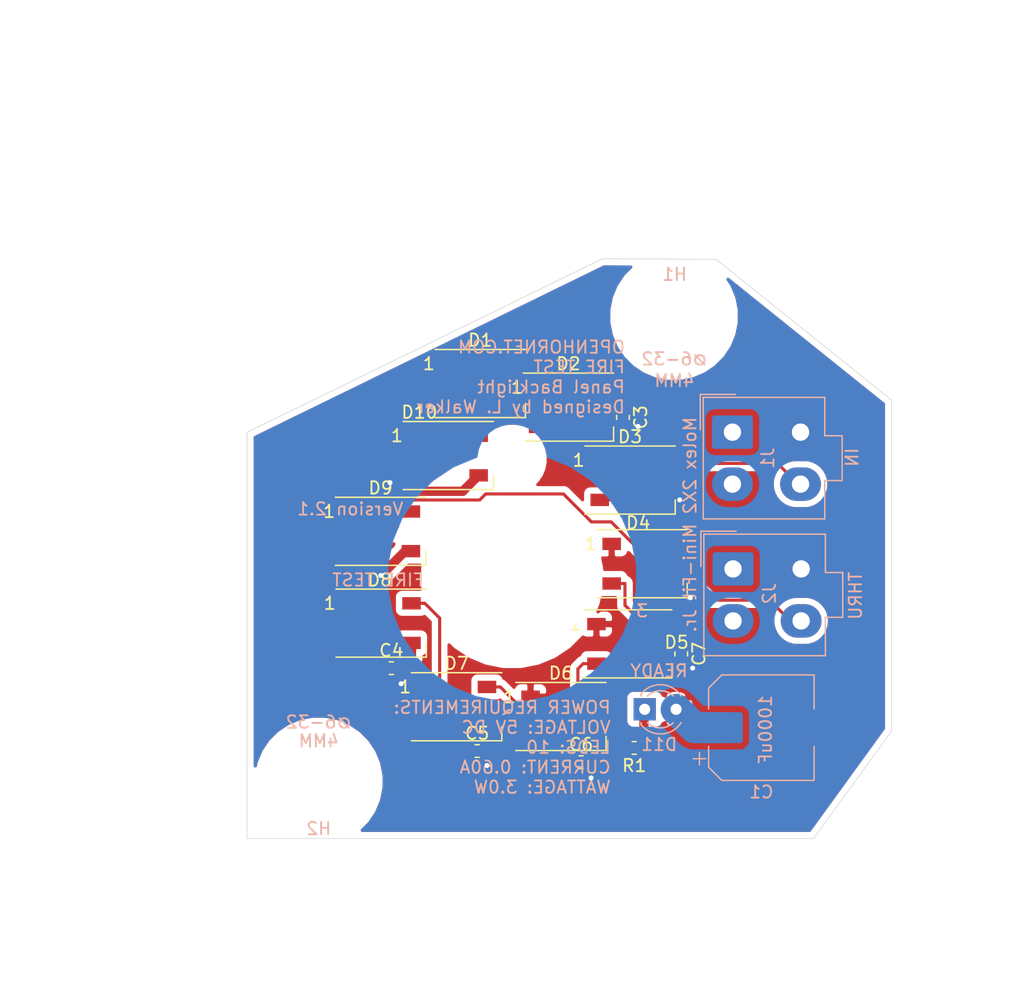
<source format=kicad_pcb>
(kicad_pcb (version 20171130) (host pcbnew "(5.1.10)-1")

  (general
    (thickness 1.6)
    (drawings 69)
    (tracks 131)
    (zones 0)
    (modules 23)
    (nets 15)
  )

  (page A4)
  (layers
    (0 F.Cu signal)
    (31 B.Cu signal)
    (32 B.Adhes user)
    (33 F.Adhes user)
    (34 B.Paste user hide)
    (35 F.Paste user hide)
    (36 B.SilkS user)
    (37 F.SilkS user)
    (38 B.Mask user)
    (39 F.Mask user)
    (40 Dwgs.User user)
    (41 Cmts.User user)
    (42 Eco1.User user)
    (43 Eco2.User user)
    (44 Edge.Cuts user)
    (45 Margin user)
    (46 B.CrtYd user)
    (47 F.CrtYd user)
    (48 B.Fab user)
    (49 F.Fab user)
  )

  (setup
    (last_trace_width 0.25)
    (user_trace_width 0.75)
    (user_trace_width 2.5)
    (user_trace_width 3)
    (trace_clearance 0.2)
    (zone_clearance 0.508)
    (zone_45_only no)
    (trace_min 0.2)
    (via_size 0.8)
    (via_drill 0.4)
    (via_min_size 0.4)
    (via_min_drill 0.3)
    (uvia_size 0.3)
    (uvia_drill 0.1)
    (uvias_allowed no)
    (uvia_min_size 0.2)
    (uvia_min_drill 0.1)
    (edge_width 0.05)
    (segment_width 0.2)
    (pcb_text_width 0.3)
    (pcb_text_size 1.5 1.5)
    (mod_edge_width 0.12)
    (mod_text_size 1 1)
    (mod_text_width 0.15)
    (pad_size 1.524 1.524)
    (pad_drill 0.762)
    (pad_to_mask_clearance 0.05)
    (aux_axis_origin 0 0)
    (visible_elements 7FFFFFFF)
    (pcbplotparams
      (layerselection 0x010fc_ffffffff)
      (usegerberextensions false)
      (usegerberattributes true)
      (usegerberadvancedattributes true)
      (creategerberjobfile true)
      (excludeedgelayer true)
      (linewidth 0.100000)
      (plotframeref false)
      (viasonmask false)
      (mode 1)
      (useauxorigin false)
      (hpglpennumber 1)
      (hpglpenspeed 20)
      (hpglpendiameter 15.000000)
      (psnegative false)
      (psa4output false)
      (plotreference true)
      (plotvalue true)
      (plotinvisibletext false)
      (padsonsilk false)
      (subtractmaskfromsilk false)
      (outputformat 1)
      (mirror false)
      (drillshape 0)
      (scaleselection 1)
      (outputdirectory "Manufacturing/"))
  )

  (net 0 "")
  (net 1 "Net-(D1-Pad2)")
  (net 2 "Net-(D2-Pad2)")
  (net 3 "Net-(D3-Pad2)")
  (net 4 "Net-(D4-Pad2)")
  (net 5 "Net-(D5-Pad2)")
  (net 6 "Net-(D6-Pad2)")
  (net 7 "Net-(D7-Pad2)")
  (net 8 "Net-(D8-Pad2)")
  (net 9 "Net-(D10-Pad4)")
  (net 10 /LEDGND)
  (net 11 /LED+5V)
  (net 12 "Net-(D11-Pad1)")
  (net 13 /DATAIN)
  (net 14 /DATAOUT)

  (net_class Default "This is the default net class."
    (clearance 0.2)
    (trace_width 0.25)
    (via_dia 0.8)
    (via_drill 0.4)
    (uvia_dia 0.3)
    (uvia_drill 0.1)
    (add_net /DATAIN)
    (add_net /DATAOUT)
    (add_net /LED+5V)
    (add_net /LEDGND)
    (add_net "Net-(D1-Pad2)")
    (add_net "Net-(D10-Pad4)")
    (add_net "Net-(D11-Pad1)")
    (add_net "Net-(D2-Pad2)")
    (add_net "Net-(D3-Pad2)")
    (add_net "Net-(D4-Pad2)")
    (add_net "Net-(D5-Pad2)")
    (add_net "Net-(D6-Pad2)")
    (add_net "Net-(D7-Pad2)")
    (add_net "Net-(D8-Pad2)")
  )

  (module OH_Backlighting:Molex_Mini-Fit_Jr_5566-04A_2x02_P4.20mm_Vertical (layer B.Cu) (tedit 5FF01E32) (tstamp 5F86FFCE)
    (at 152.391 100.498 270)
    (descr "Molex Mini-Fit Jr. Power Connectors, old mpn/engineering number: 5566-04A, example for new mpn: 39-28-x04x, 2 Pins per row, Mounting:  (http://www.molex.com/pdm_docs/sd/039281043_sd.pdf), generated with kicad-footprint-generator")
    (tags "connector Molex Mini-Fit_Jr side entry")
    (path /5FDE43BB)
    (zone_connect 2)
    (fp_text reference J2 (at 1.991 -2.93 90) (layer B.SilkS)
      (effects (font (size 1 1) (thickness 0.15)) (justify mirror))
    )
    (fp_text value Conn_01x04_Female (at 2.1 -9.95 90) (layer B.Fab)
      (effects (font (size 1 1) (thickness 0.15)) (justify mirror))
    )
    (fp_line (start 7.4 2.75) (end -3.2 2.75) (layer B.CrtYd) (width 0.05))
    (fp_line (start 7.4 -9.25) (end 7.4 2.75) (layer B.CrtYd) (width 0.05))
    (fp_line (start -3.2 -9.25) (end 7.4 -9.25) (layer B.CrtYd) (width 0.05))
    (fp_line (start -3.2 2.75) (end -3.2 -9.25) (layer B.CrtYd) (width 0.05))
    (fp_line (start -3.05 2.6) (end -3.05 -0.25) (layer B.Fab) (width 0.1))
    (fp_line (start -0.2 2.6) (end -3.05 2.6) (layer B.Fab) (width 0.1))
    (fp_line (start -3.05 2.6) (end -3.05 -0.25) (layer B.SilkS) (width 0.12))
    (fp_line (start -0.2 2.6) (end -3.05 2.6) (layer B.SilkS) (width 0.12))
    (fp_line (start 3.91 -8.86) (end 2.1 -8.86) (layer B.SilkS) (width 0.12))
    (fp_line (start 3.91 -7.46) (end 3.91 -8.86) (layer B.SilkS) (width 0.12))
    (fp_line (start 7.01 -7.46) (end 3.91 -7.46) (layer B.SilkS) (width 0.12))
    (fp_line (start 7.01 2.36) (end 7.01 -7.46) (layer B.SilkS) (width 0.12))
    (fp_line (start 2.1 2.36) (end 7.01 2.36) (layer B.SilkS) (width 0.12))
    (fp_line (start 0.29 -8.86) (end 2.1 -8.86) (layer B.SilkS) (width 0.12))
    (fp_line (start 0.29 -7.46) (end 0.29 -8.86) (layer B.SilkS) (width 0.12))
    (fp_line (start -2.81 -7.46) (end 0.29 -7.46) (layer B.SilkS) (width 0.12))
    (fp_line (start -2.81 2.36) (end -2.81 -7.46) (layer B.SilkS) (width 0.12))
    (fp_line (start 2.1 2.36) (end -2.81 2.36) (layer B.SilkS) (width 0.12))
    (fp_line (start 5.85 -2.3) (end 2.55 -2.3) (layer B.Fab) (width 0.1))
    (fp_line (start 5.85 0.175) (end 5.85 -2.3) (layer B.Fab) (width 0.1))
    (fp_line (start 5.025 1) (end 5.85 0.175) (layer B.Fab) (width 0.1))
    (fp_line (start 3.375 1) (end 5.025 1) (layer B.Fab) (width 0.1))
    (fp_line (start 2.55 0.175) (end 3.375 1) (layer B.Fab) (width 0.1))
    (fp_line (start 2.55 -2.3) (end 2.55 0.175) (layer B.Fab) (width 0.1))
    (fp_line (start 5.85 -3.2) (end 2.55 -3.2) (layer B.Fab) (width 0.1))
    (fp_line (start 5.85 -6.5) (end 5.85 -3.2) (layer B.Fab) (width 0.1))
    (fp_line (start 2.55 -6.5) (end 5.85 -6.5) (layer B.Fab) (width 0.1))
    (fp_line (start 2.55 -3.2) (end 2.55 -6.5) (layer B.Fab) (width 0.1))
    (fp_line (start 1.65 -6.5) (end -1.65 -6.5) (layer B.Fab) (width 0.1))
    (fp_line (start 1.65 -4.025) (end 1.65 -6.5) (layer B.Fab) (width 0.1))
    (fp_line (start 0.825 -3.2) (end 1.65 -4.025) (layer B.Fab) (width 0.1))
    (fp_line (start -0.825 -3.2) (end 0.825 -3.2) (layer B.Fab) (width 0.1))
    (fp_line (start -1.65 -4.025) (end -0.825 -3.2) (layer B.Fab) (width 0.1))
    (fp_line (start -1.65 -6.5) (end -1.65 -4.025) (layer B.Fab) (width 0.1))
    (fp_line (start 1.65 1) (end -1.65 1) (layer B.Fab) (width 0.1))
    (fp_line (start 1.65 -2.3) (end 1.65 1) (layer B.Fab) (width 0.1))
    (fp_line (start -1.65 -2.3) (end 1.65 -2.3) (layer B.Fab) (width 0.1))
    (fp_line (start -1.65 1) (end -1.65 -2.3) (layer B.Fab) (width 0.1))
    (fp_line (start 3.8 -8.75) (end 3.8 -7.35) (layer B.Fab) (width 0.1))
    (fp_line (start 0.4 -8.75) (end 3.8 -8.75) (layer B.Fab) (width 0.1))
    (fp_line (start 0.4 -7.35) (end 0.4 -8.75) (layer B.Fab) (width 0.1))
    (fp_line (start 6.9 2.25) (end -2.7 2.25) (layer B.Fab) (width 0.1))
    (fp_line (start 6.9 -7.35) (end 6.9 2.25) (layer B.Fab) (width 0.1))
    (fp_line (start -2.7 -7.35) (end 6.9 -7.35) (layer B.Fab) (width 0.1))
    (fp_line (start -2.7 2.25) (end -2.7 -7.35) (layer B.Fab) (width 0.1))
    (fp_text user %R (at 2.1 1.55 90) (layer B.Fab)
      (effects (font (size 1 1) (thickness 0.15)) (justify mirror))
    )
    (pad 4 thru_hole oval (at 4.2 -5.5 270) (size 2.7 3.3) (drill 1.4) (layers *.Cu *.Mask)
      (net 14 /DATAOUT) (zone_connect 2))
    (pad 3 thru_hole oval (at 0 -5.5 270) (size 2.7 3.3) (drill 1.4) (layers *.Cu *.Mask)
      (net 10 /LEDGND) (zone_connect 2))
    (pad 2 thru_hole oval (at 4.2 0 270) (size 2.7 3.3) (drill 1.4) (layers *.Cu *.Mask)
      (net 11 /LED+5V) (zone_connect 2))
    (pad 1 thru_hole roundrect (at 0 0 270) (size 2.7 3.3) (drill 1.4) (layers *.Cu *.Mask) (roundrect_rratio 0.09259299999999999)
      (net 11 /LED+5V) (zone_connect 2))
    (model ${KISYS3DMOD}/Connector_Molex.3dshapes/Molex_Mini-Fit_Jr_5566-04A_2x02_P4.20mm_Vertical.STEP
      (offset (xyz 2 -2.5 0))
      (scale (xyz 1 1 1))
      (rotate (xyz -90 0 180))
    )
  )

  (module OH_Backlighting:Molex_Mini-Fit_Jr_5566-04A_2x02_P4.20mm_Vertical (layer B.Cu) (tedit 5FF01E32) (tstamp 5F86FFA1)
    (at 152.341 89.4486 270)
    (descr "Molex Mini-Fit Jr. Power Connectors, old mpn/engineering number: 5566-04A, example for new mpn: 39-28-x04x, 2 Pins per row, Mounting:  (http://www.molex.com/pdm_docs/sd/039281043_sd.pdf), generated with kicad-footprint-generator")
    (tags "connector Molex Mini-Fit_Jr side entry")
    (path /5FDE27AC)
    (zone_connect 2)
    (fp_text reference J1 (at 2.1 -2.853 90) (layer B.SilkS)
      (effects (font (size 1 1) (thickness 0.15)) (justify mirror))
    )
    (fp_text value Conn_01x04_Female (at 2.1 -9.95 90) (layer B.Fab)
      (effects (font (size 1 1) (thickness 0.15)) (justify mirror))
    )
    (fp_line (start 7.4 2.75) (end -3.2 2.75) (layer B.CrtYd) (width 0.05))
    (fp_line (start 7.4 -9.25) (end 7.4 2.75) (layer B.CrtYd) (width 0.05))
    (fp_line (start -3.2 -9.25) (end 7.4 -9.25) (layer B.CrtYd) (width 0.05))
    (fp_line (start -3.2 2.75) (end -3.2 -9.25) (layer B.CrtYd) (width 0.05))
    (fp_line (start -3.05 2.6) (end -3.05 -0.25) (layer B.Fab) (width 0.1))
    (fp_line (start -0.2 2.6) (end -3.05 2.6) (layer B.Fab) (width 0.1))
    (fp_line (start -3.05 2.6) (end -3.05 -0.25) (layer B.SilkS) (width 0.12))
    (fp_line (start -0.2 2.6) (end -3.05 2.6) (layer B.SilkS) (width 0.12))
    (fp_line (start 3.91 -8.86) (end 2.1 -8.86) (layer B.SilkS) (width 0.12))
    (fp_line (start 3.91 -7.46) (end 3.91 -8.86) (layer B.SilkS) (width 0.12))
    (fp_line (start 7.01 -7.46) (end 3.91 -7.46) (layer B.SilkS) (width 0.12))
    (fp_line (start 7.01 2.36) (end 7.01 -7.46) (layer B.SilkS) (width 0.12))
    (fp_line (start 2.1 2.36) (end 7.01 2.36) (layer B.SilkS) (width 0.12))
    (fp_line (start 0.29 -8.86) (end 2.1 -8.86) (layer B.SilkS) (width 0.12))
    (fp_line (start 0.29 -7.46) (end 0.29 -8.86) (layer B.SilkS) (width 0.12))
    (fp_line (start -2.81 -7.46) (end 0.29 -7.46) (layer B.SilkS) (width 0.12))
    (fp_line (start -2.81 2.36) (end -2.81 -7.46) (layer B.SilkS) (width 0.12))
    (fp_line (start 2.1 2.36) (end -2.81 2.36) (layer B.SilkS) (width 0.12))
    (fp_line (start 5.85 -2.3) (end 2.55 -2.3) (layer B.Fab) (width 0.1))
    (fp_line (start 5.85 0.175) (end 5.85 -2.3) (layer B.Fab) (width 0.1))
    (fp_line (start 5.025 1) (end 5.85 0.175) (layer B.Fab) (width 0.1))
    (fp_line (start 3.375 1) (end 5.025 1) (layer B.Fab) (width 0.1))
    (fp_line (start 2.55 0.175) (end 3.375 1) (layer B.Fab) (width 0.1))
    (fp_line (start 2.55 -2.3) (end 2.55 0.175) (layer B.Fab) (width 0.1))
    (fp_line (start 5.85 -3.2) (end 2.55 -3.2) (layer B.Fab) (width 0.1))
    (fp_line (start 5.85 -6.5) (end 5.85 -3.2) (layer B.Fab) (width 0.1))
    (fp_line (start 2.55 -6.5) (end 5.85 -6.5) (layer B.Fab) (width 0.1))
    (fp_line (start 2.55 -3.2) (end 2.55 -6.5) (layer B.Fab) (width 0.1))
    (fp_line (start 1.65 -6.5) (end -1.65 -6.5) (layer B.Fab) (width 0.1))
    (fp_line (start 1.65 -4.025) (end 1.65 -6.5) (layer B.Fab) (width 0.1))
    (fp_line (start 0.825 -3.2) (end 1.65 -4.025) (layer B.Fab) (width 0.1))
    (fp_line (start -0.825 -3.2) (end 0.825 -3.2) (layer B.Fab) (width 0.1))
    (fp_line (start -1.65 -4.025) (end -0.825 -3.2) (layer B.Fab) (width 0.1))
    (fp_line (start -1.65 -6.5) (end -1.65 -4.025) (layer B.Fab) (width 0.1))
    (fp_line (start 1.65 1) (end -1.65 1) (layer B.Fab) (width 0.1))
    (fp_line (start 1.65 -2.3) (end 1.65 1) (layer B.Fab) (width 0.1))
    (fp_line (start -1.65 -2.3) (end 1.65 -2.3) (layer B.Fab) (width 0.1))
    (fp_line (start -1.65 1) (end -1.65 -2.3) (layer B.Fab) (width 0.1))
    (fp_line (start 3.8 -8.75) (end 3.8 -7.35) (layer B.Fab) (width 0.1))
    (fp_line (start 0.4 -8.75) (end 3.8 -8.75) (layer B.Fab) (width 0.1))
    (fp_line (start 0.4 -7.35) (end 0.4 -8.75) (layer B.Fab) (width 0.1))
    (fp_line (start 6.9 2.25) (end -2.7 2.25) (layer B.Fab) (width 0.1))
    (fp_line (start 6.9 -7.35) (end 6.9 2.25) (layer B.Fab) (width 0.1))
    (fp_line (start -2.7 -7.35) (end 6.9 -7.35) (layer B.Fab) (width 0.1))
    (fp_line (start -2.7 2.25) (end -2.7 -7.35) (layer B.Fab) (width 0.1))
    (fp_text user %R (at 2.1 1.55 90) (layer B.Fab)
      (effects (font (size 1 1) (thickness 0.15)) (justify mirror))
    )
    (pad 4 thru_hole oval (at 4.2 -5.5 270) (size 2.7 3.3) (drill 1.4) (layers *.Cu *.Mask)
      (net 13 /DATAIN) (zone_connect 2))
    (pad 3 thru_hole oval (at 0 -5.5 270) (size 2.7 3.3) (drill 1.4) (layers *.Cu *.Mask)
      (net 10 /LEDGND) (zone_connect 2))
    (pad 2 thru_hole oval (at 4.2 0 270) (size 2.7 3.3) (drill 1.4) (layers *.Cu *.Mask)
      (net 11 /LED+5V) (zone_connect 2))
    (pad 1 thru_hole roundrect (at 0 0 270) (size 2.7 3.3) (drill 1.4) (layers *.Cu *.Mask) (roundrect_rratio 0.09259299999999999)
      (net 11 /LED+5V) (zone_connect 2))
    (model ${KISYS3DMOD}/Connector_Molex.3dshapes/Molex_Mini-Fit_Jr_5566-04A_2x02_P4.20mm_Vertical.STEP
      (offset (xyz 2 -2.5 0))
      (scale (xyz 1 1 1))
      (rotate (xyz -90 0 180))
    )
  )

  (module OH_Backlighting:OH_Panel_6-32_PHS (layer F.Cu) (tedit 5FCED876) (tstamp 5FDC9B63)
    (at 118.921711 117.666493)
    (fp_text reference 3 (at -0.025 -7.025) (layer F.SilkS) hide
      (effects (font (size 1 1) (thickness 0.15)))
    )
    (fp_text value OH_Panel_Fastner_Keepout (at -0.025 -5.65) (layer F.Fab) hide
      (effects (font (size 1 1) (thickness 0.15)))
    )
    (fp_text user 4MM (at 0 -3.275 180) (layer B.SilkS)
      (effects (font (size 1 1) (thickness 0.15)) (justify mirror))
    )
    (fp_text user H2 (at 0 3.81) (layer B.SilkS)
      (effects (font (size 1 1) (thickness 0.15)) (justify mirror))
    )
    (fp_text user ⌀6-32 (at 0 -4.8) (layer B.SilkS)
      (effects (font (size 1 1) (thickness 0.15)) (justify mirror))
    )
    (pad "" np_thru_hole circle (at 0 0) (size 4.3 4.3) (drill 4.3) (layers *.Cu *.Mask)
      (clearance 3))
  )

  (module OH_Backlighting:OH_Panel_6-32_PHS (layer F.Cu) (tedit 5FCED876) (tstamp 5FDC9AC7)
    (at 147.623711 80.074493)
    (fp_text reference 2 (at -0.025 -7.025) (layer F.SilkS) hide
      (effects (font (size 1 1) (thickness 0.15)))
    )
    (fp_text value OH_Panel_Fastner_Keepout (at -0.025 -5.65) (layer F.Fab) hide
      (effects (font (size 1 1) (thickness 0.15)))
    )
    (fp_text user 4MM (at 0.039189 5.211087 180) (layer B.SilkS)
      (effects (font (size 1 1) (thickness 0.15)) (justify mirror))
    )
    (fp_text user H1 (at 0.039189 -3.371573) (layer B.SilkS)
      (effects (font (size 1 1) (thickness 0.15)) (justify mirror))
    )
    (fp_text user ⌀6-32 (at 0.039189 3.461027) (layer B.SilkS)
      (effects (font (size 1 1) (thickness 0.15)) (justify mirror))
    )
    (pad "" np_thru_hole circle (at 0 0) (size 4.3 4.3) (drill 4.3) (layers *.Cu *.Mask)
      (clearance 3))
  )

  (module OH_Backlighting:100SPX_Toggle_13mm_x_18mm (layer F.Cu) (tedit 5FBF1A0E) (tstamp 5FDC98C1)
    (at 134.542711 101.156493 180)
    (fp_text reference 1 (at 0.025 -9) (layer F.SilkS) hide
      (effects (font (size 1 1) (thickness 0.15)))
    )
    (fp_text value 100SPX_Toggle_13mm_x_18mm (at 0.025 -7.6) (layer F.Fab) hide
      (effects (font (size 1 1) (thickness 0.15)))
    )
    (pad "" np_thru_hole circle (at 0 0 180) (size 12.7 12.7) (drill 12.7) (layers *.Mask B.Cu)
      (clearance 3.65))
    (pad "" np_thru_hole circle (at 0 0 180) (size 12.7 12.7) (drill 12.7) (layers *.Mask F.Cu)
      (clearance 1))
    (pad "" np_thru_hole circle (at 0 9.525 180) (size 3.572 3.572) (drill 3.572) (layers *.Cu *.Mask)
      (clearance 1))
  )

  (module Resistor_SMD:R_0603_1608Metric (layer F.Cu) (tedit 5B301BBD) (tstamp 5F979772)
    (at 144.407 114.958 180)
    (descr "Resistor SMD 0603 (1608 Metric), square (rectangular) end terminal, IPC_7351 nominal, (Body size source: http://www.tortai-tech.com/upload/download/2011102023233369053.pdf), generated with kicad-footprint-generator")
    (tags resistor)
    (path /5FDDEC6F)
    (attr smd)
    (fp_text reference R1 (at 0 -1.43) (layer F.SilkS)
      (effects (font (size 1 1) (thickness 0.15)))
    )
    (fp_text value R (at 0 1.43) (layer F.Fab)
      (effects (font (size 1 1) (thickness 0.15)))
    )
    (fp_line (start -0.8 0.4) (end -0.8 -0.4) (layer F.Fab) (width 0.1))
    (fp_line (start -0.8 -0.4) (end 0.8 -0.4) (layer F.Fab) (width 0.1))
    (fp_line (start 0.8 -0.4) (end 0.8 0.4) (layer F.Fab) (width 0.1))
    (fp_line (start 0.8 0.4) (end -0.8 0.4) (layer F.Fab) (width 0.1))
    (fp_line (start -0.162779 -0.51) (end 0.162779 -0.51) (layer F.SilkS) (width 0.12))
    (fp_line (start -0.162779 0.51) (end 0.162779 0.51) (layer F.SilkS) (width 0.12))
    (fp_line (start -1.48 0.73) (end -1.48 -0.73) (layer F.CrtYd) (width 0.05))
    (fp_line (start -1.48 -0.73) (end 1.48 -0.73) (layer F.CrtYd) (width 0.05))
    (fp_line (start 1.48 -0.73) (end 1.48 0.73) (layer F.CrtYd) (width 0.05))
    (fp_line (start 1.48 0.73) (end -1.48 0.73) (layer F.CrtYd) (width 0.05))
    (fp_text user %R (at 0 0) (layer F.Fab)
      (effects (font (size 0.4 0.4) (thickness 0.06)))
    )
    (pad 2 smd roundrect (at 0.7875 0 180) (size 0.875 0.95) (layers F.Cu F.Paste F.Mask) (roundrect_rratio 0.25)
      (net 10 /LEDGND))
    (pad 1 smd roundrect (at -0.7875 0 180) (size 0.875 0.95) (layers F.Cu F.Paste F.Mask) (roundrect_rratio 0.25)
      (net 12 "Net-(D11-Pad1)"))
    (model ${KISYS3DMOD}/Resistor_SMD.3dshapes/R_0603_1608Metric.wrl
      (at (xyz 0 0 0))
      (scale (xyz 1 1 1))
      (rotate (xyz 0 0 0))
    )
  )

  (module Capacitor_SMD:C_0603_1608Metric (layer F.Cu) (tedit 5B301BBE) (tstamp 5F9794FC)
    (at 148.204 107.361 270)
    (descr "Capacitor SMD 0603 (1608 Metric), square (rectangular) end terminal, IPC_7351 nominal, (Body size source: http://www.tortai-tech.com/upload/download/2011102023233369053.pdf), generated with kicad-footprint-generator")
    (tags capacitor)
    (path /5FDD4B9B)
    (attr smd)
    (fp_text reference C7 (at 0 -1.43 90) (layer F.SilkS)
      (effects (font (size 1 1) (thickness 0.15)))
    )
    (fp_text value C (at 0 1.43 90) (layer F.Fab)
      (effects (font (size 1 1) (thickness 0.15)))
    )
    (fp_line (start -0.8 0.4) (end -0.8 -0.4) (layer F.Fab) (width 0.1))
    (fp_line (start -0.8 -0.4) (end 0.8 -0.4) (layer F.Fab) (width 0.1))
    (fp_line (start 0.8 -0.4) (end 0.8 0.4) (layer F.Fab) (width 0.1))
    (fp_line (start 0.8 0.4) (end -0.8 0.4) (layer F.Fab) (width 0.1))
    (fp_line (start -0.162779 -0.51) (end 0.162779 -0.51) (layer F.SilkS) (width 0.12))
    (fp_line (start -0.162779 0.51) (end 0.162779 0.51) (layer F.SilkS) (width 0.12))
    (fp_line (start -1.48 0.73) (end -1.48 -0.73) (layer F.CrtYd) (width 0.05))
    (fp_line (start -1.48 -0.73) (end 1.48 -0.73) (layer F.CrtYd) (width 0.05))
    (fp_line (start 1.48 -0.73) (end 1.48 0.73) (layer F.CrtYd) (width 0.05))
    (fp_line (start 1.48 0.73) (end -1.48 0.73) (layer F.CrtYd) (width 0.05))
    (fp_text user %R (at 0 0 90) (layer F.Fab)
      (effects (font (size 0.4 0.4) (thickness 0.06)))
    )
    (pad 2 smd roundrect (at 0.7875 0 270) (size 0.875 0.95) (layers F.Cu F.Paste F.Mask) (roundrect_rratio 0.25)
      (net 10 /LEDGND))
    (pad 1 smd roundrect (at -0.7875 0 270) (size 0.875 0.95) (layers F.Cu F.Paste F.Mask) (roundrect_rratio 0.25)
      (net 11 /LED+5V))
    (model ${KISYS3DMOD}/Capacitor_SMD.3dshapes/C_0603_1608Metric.wrl
      (at (xyz 0 0 0))
      (scale (xyz 1 1 1))
      (rotate (xyz 0 0 0))
    )
  )

  (module Capacitor_SMD:C_0603_1608Metric (layer F.Cu) (tedit 5B301BBE) (tstamp 5F9794EB)
    (at 140.114 116.108)
    (descr "Capacitor SMD 0603 (1608 Metric), square (rectangular) end terminal, IPC_7351 nominal, (Body size source: http://www.tortai-tech.com/upload/download/2011102023233369053.pdf), generated with kicad-footprint-generator")
    (tags capacitor)
    (path /5FDD46F4)
    (attr smd)
    (fp_text reference C6 (at 0 -1.43) (layer F.SilkS)
      (effects (font (size 1 1) (thickness 0.15)))
    )
    (fp_text value C (at 0 1.43) (layer F.Fab)
      (effects (font (size 1 1) (thickness 0.15)))
    )
    (fp_line (start -0.8 0.4) (end -0.8 -0.4) (layer F.Fab) (width 0.1))
    (fp_line (start -0.8 -0.4) (end 0.8 -0.4) (layer F.Fab) (width 0.1))
    (fp_line (start 0.8 -0.4) (end 0.8 0.4) (layer F.Fab) (width 0.1))
    (fp_line (start 0.8 0.4) (end -0.8 0.4) (layer F.Fab) (width 0.1))
    (fp_line (start -0.162779 -0.51) (end 0.162779 -0.51) (layer F.SilkS) (width 0.12))
    (fp_line (start -0.162779 0.51) (end 0.162779 0.51) (layer F.SilkS) (width 0.12))
    (fp_line (start -1.48 0.73) (end -1.48 -0.73) (layer F.CrtYd) (width 0.05))
    (fp_line (start -1.48 -0.73) (end 1.48 -0.73) (layer F.CrtYd) (width 0.05))
    (fp_line (start 1.48 -0.73) (end 1.48 0.73) (layer F.CrtYd) (width 0.05))
    (fp_line (start 1.48 0.73) (end -1.48 0.73) (layer F.CrtYd) (width 0.05))
    (fp_text user %R (at 0 0) (layer F.Fab)
      (effects (font (size 0.4 0.4) (thickness 0.06)))
    )
    (pad 2 smd roundrect (at 0.7875 0) (size 0.875 0.95) (layers F.Cu F.Paste F.Mask) (roundrect_rratio 0.25)
      (net 10 /LEDGND))
    (pad 1 smd roundrect (at -0.7875 0) (size 0.875 0.95) (layers F.Cu F.Paste F.Mask) (roundrect_rratio 0.25)
      (net 11 /LED+5V))
    (model ${KISYS3DMOD}/Capacitor_SMD.3dshapes/C_0603_1608Metric.wrl
      (at (xyz 0 0 0))
      (scale (xyz 1 1 1))
      (rotate (xyz 0 0 0))
    )
  )

  (module Capacitor_SMD:C_0603_1608Metric (layer F.Cu) (tedit 5B301BBE) (tstamp 5F9794DA)
    (at 131.717 115.209)
    (descr "Capacitor SMD 0603 (1608 Metric), square (rectangular) end terminal, IPC_7351 nominal, (Body size source: http://www.tortai-tech.com/upload/download/2011102023233369053.pdf), generated with kicad-footprint-generator")
    (tags capacitor)
    (path /5FDD43F9)
    (attr smd)
    (fp_text reference C5 (at 0 -1.43) (layer F.SilkS)
      (effects (font (size 1 1) (thickness 0.15)))
    )
    (fp_text value C (at 0 1.43) (layer F.Fab)
      (effects (font (size 1 1) (thickness 0.15)))
    )
    (fp_line (start -0.8 0.4) (end -0.8 -0.4) (layer F.Fab) (width 0.1))
    (fp_line (start -0.8 -0.4) (end 0.8 -0.4) (layer F.Fab) (width 0.1))
    (fp_line (start 0.8 -0.4) (end 0.8 0.4) (layer F.Fab) (width 0.1))
    (fp_line (start 0.8 0.4) (end -0.8 0.4) (layer F.Fab) (width 0.1))
    (fp_line (start -0.162779 -0.51) (end 0.162779 -0.51) (layer F.SilkS) (width 0.12))
    (fp_line (start -0.162779 0.51) (end 0.162779 0.51) (layer F.SilkS) (width 0.12))
    (fp_line (start -1.48 0.73) (end -1.48 -0.73) (layer F.CrtYd) (width 0.05))
    (fp_line (start -1.48 -0.73) (end 1.48 -0.73) (layer F.CrtYd) (width 0.05))
    (fp_line (start 1.48 -0.73) (end 1.48 0.73) (layer F.CrtYd) (width 0.05))
    (fp_line (start 1.48 0.73) (end -1.48 0.73) (layer F.CrtYd) (width 0.05))
    (fp_text user %R (at 0 0) (layer F.Fab)
      (effects (font (size 0.4 0.4) (thickness 0.06)))
    )
    (pad 2 smd roundrect (at 0.7875 0) (size 0.875 0.95) (layers F.Cu F.Paste F.Mask) (roundrect_rratio 0.25)
      (net 10 /LEDGND))
    (pad 1 smd roundrect (at -0.7875 0) (size 0.875 0.95) (layers F.Cu F.Paste F.Mask) (roundrect_rratio 0.25)
      (net 11 /LED+5V))
    (model ${KISYS3DMOD}/Capacitor_SMD.3dshapes/C_0603_1608Metric.wrl
      (at (xyz 0 0 0))
      (scale (xyz 1 1 1))
      (rotate (xyz 0 0 0))
    )
  )

  (module Capacitor_SMD:C_0603_1608Metric (layer F.Cu) (tedit 5B301BBE) (tstamp 5F9794C9)
    (at 124.785 108.519)
    (descr "Capacitor SMD 0603 (1608 Metric), square (rectangular) end terminal, IPC_7351 nominal, (Body size source: http://www.tortai-tech.com/upload/download/2011102023233369053.pdf), generated with kicad-footprint-generator")
    (tags capacitor)
    (path /5FDD40B0)
    (attr smd)
    (fp_text reference C4 (at 0 -1.43) (layer F.SilkS)
      (effects (font (size 1 1) (thickness 0.15)))
    )
    (fp_text value C (at 0 1.43) (layer F.Fab)
      (effects (font (size 1 1) (thickness 0.15)))
    )
    (fp_line (start -0.8 0.4) (end -0.8 -0.4) (layer F.Fab) (width 0.1))
    (fp_line (start -0.8 -0.4) (end 0.8 -0.4) (layer F.Fab) (width 0.1))
    (fp_line (start 0.8 -0.4) (end 0.8 0.4) (layer F.Fab) (width 0.1))
    (fp_line (start 0.8 0.4) (end -0.8 0.4) (layer F.Fab) (width 0.1))
    (fp_line (start -0.162779 -0.51) (end 0.162779 -0.51) (layer F.SilkS) (width 0.12))
    (fp_line (start -0.162779 0.51) (end 0.162779 0.51) (layer F.SilkS) (width 0.12))
    (fp_line (start -1.48 0.73) (end -1.48 -0.73) (layer F.CrtYd) (width 0.05))
    (fp_line (start -1.48 -0.73) (end 1.48 -0.73) (layer F.CrtYd) (width 0.05))
    (fp_line (start 1.48 -0.73) (end 1.48 0.73) (layer F.CrtYd) (width 0.05))
    (fp_line (start 1.48 0.73) (end -1.48 0.73) (layer F.CrtYd) (width 0.05))
    (fp_text user %R (at 0 0) (layer F.Fab)
      (effects (font (size 0.4 0.4) (thickness 0.06)))
    )
    (pad 2 smd roundrect (at 0.7875 0) (size 0.875 0.95) (layers F.Cu F.Paste F.Mask) (roundrect_rratio 0.25)
      (net 10 /LEDGND))
    (pad 1 smd roundrect (at -0.7875 0) (size 0.875 0.95) (layers F.Cu F.Paste F.Mask) (roundrect_rratio 0.25)
      (net 11 /LED+5V))
    (model ${KISYS3DMOD}/Capacitor_SMD.3dshapes/C_0603_1608Metric.wrl
      (at (xyz 0 0 0))
      (scale (xyz 1 1 1))
      (rotate (xyz 0 0 0))
    )
  )

  (module Capacitor_SMD:C_0603_1608Metric (layer F.Cu) (tedit 5B301BBE) (tstamp 5F9794B8)
    (at 143.495 88.2522 270)
    (descr "Capacitor SMD 0603 (1608 Metric), square (rectangular) end terminal, IPC_7351 nominal, (Body size source: http://www.tortai-tech.com/upload/download/2011102023233369053.pdf), generated with kicad-footprint-generator")
    (tags capacitor)
    (path /5FDD3D32)
    (attr smd)
    (fp_text reference C3 (at 0 -1.43 90) (layer F.SilkS)
      (effects (font (size 1 1) (thickness 0.15)))
    )
    (fp_text value C (at 0 1.43 90) (layer F.Fab)
      (effects (font (size 1 1) (thickness 0.15)))
    )
    (fp_line (start -0.8 0.4) (end -0.8 -0.4) (layer F.Fab) (width 0.1))
    (fp_line (start -0.8 -0.4) (end 0.8 -0.4) (layer F.Fab) (width 0.1))
    (fp_line (start 0.8 -0.4) (end 0.8 0.4) (layer F.Fab) (width 0.1))
    (fp_line (start 0.8 0.4) (end -0.8 0.4) (layer F.Fab) (width 0.1))
    (fp_line (start -0.162779 -0.51) (end 0.162779 -0.51) (layer F.SilkS) (width 0.12))
    (fp_line (start -0.162779 0.51) (end 0.162779 0.51) (layer F.SilkS) (width 0.12))
    (fp_line (start -1.48 0.73) (end -1.48 -0.73) (layer F.CrtYd) (width 0.05))
    (fp_line (start -1.48 -0.73) (end 1.48 -0.73) (layer F.CrtYd) (width 0.05))
    (fp_line (start 1.48 -0.73) (end 1.48 0.73) (layer F.CrtYd) (width 0.05))
    (fp_line (start 1.48 0.73) (end -1.48 0.73) (layer F.CrtYd) (width 0.05))
    (fp_text user %R (at 0 0 90) (layer F.Fab)
      (effects (font (size 0.4 0.4) (thickness 0.06)))
    )
    (pad 2 smd roundrect (at 0.7875 0 270) (size 0.875 0.95) (layers F.Cu F.Paste F.Mask) (roundrect_rratio 0.25)
      (net 10 /LEDGND))
    (pad 1 smd roundrect (at -0.7875 0 270) (size 0.875 0.95) (layers F.Cu F.Paste F.Mask) (roundrect_rratio 0.25)
      (net 11 /LED+5V))
    (model ${KISYS3DMOD}/Capacitor_SMD.3dshapes/C_0603_1608Metric.wrl
      (at (xyz 0 0 0))
      (scale (xyz 1 1 1))
      (rotate (xyz 0 0 0))
    )
  )

  (module LED_THT:LED_D3.0mm (layer B.Cu) (tedit 587A3A7B) (tstamp 5F9796E9)
    (at 145.25 111.839)
    (descr "LED, diameter 3.0mm, 2 pins")
    (tags "LED diameter 3.0mm 2 pins")
    (path /5FDDDB36)
    (fp_text reference D11 (at 1.1684 2.8448) (layer B.SilkS)
      (effects (font (size 1 1) (thickness 0.15)) (justify mirror))
    )
    (fp_text value LED (at 1.27 -2.96) (layer B.Fab)
      (effects (font (size 1 1) (thickness 0.15)) (justify mirror))
    )
    (fp_circle (center 1.27 0) (end 2.77 0) (layer B.Fab) (width 0.1))
    (fp_line (start -0.23 1.16619) (end -0.23 -1.16619) (layer B.Fab) (width 0.1))
    (fp_line (start -0.29 1.236) (end -0.29 1.08) (layer B.SilkS) (width 0.12))
    (fp_line (start -0.29 -1.08) (end -0.29 -1.236) (layer B.SilkS) (width 0.12))
    (fp_line (start -1.15 2.25) (end -1.15 -2.25) (layer B.CrtYd) (width 0.05))
    (fp_line (start -1.15 -2.25) (end 3.7 -2.25) (layer B.CrtYd) (width 0.05))
    (fp_line (start 3.7 -2.25) (end 3.7 2.25) (layer B.CrtYd) (width 0.05))
    (fp_line (start 3.7 2.25) (end -1.15 2.25) (layer B.CrtYd) (width 0.05))
    (fp_arc (start 1.27 0) (end 0.229039 -1.08) (angle 87.9) (layer B.SilkS) (width 0.12))
    (fp_arc (start 1.27 0) (end 0.229039 1.08) (angle -87.9) (layer B.SilkS) (width 0.12))
    (fp_arc (start 1.27 0) (end -0.29 -1.235516) (angle 108.8) (layer B.SilkS) (width 0.12))
    (fp_arc (start 1.27 0) (end -0.29 1.235516) (angle -108.8) (layer B.SilkS) (width 0.12))
    (fp_arc (start 1.27 0) (end -0.23 1.16619) (angle -284.3) (layer B.Fab) (width 0.1))
    (pad 2 thru_hole circle (at 2.54 0) (size 1.8 1.8) (drill 0.9) (layers *.Cu *.Mask)
      (net 11 /LED+5V))
    (pad 1 thru_hole rect (at 0 0) (size 1.8 1.8) (drill 0.9) (layers *.Cu *.Mask)
      (net 12 "Net-(D11-Pad1)"))
    (model ${KISYS3DMOD}/LED_THT.3dshapes/LED_D3.0mm.wrl
      (at (xyz 0 0 0))
      (scale (xyz 1 1 1))
      (rotate (xyz 0 0 0))
    )
  )

  (module LED_SMD:LED_WS2812B_PLCC4_5.0x5.0mm_P3.2mm (layer F.Cu) (tedit 5AA4B285) (tstamp 5F86FF74)
    (at 129.388 91.3384)
    (descr https://cdn-shop.adafruit.com/datasheets/WS2812B.pdf)
    (tags "LED RGB NeoPixel")
    (path /5FDC7DD1)
    (attr smd)
    (fp_text reference D10 (at -2.3368 -3.5) (layer F.SilkS)
      (effects (font (size 1 1) (thickness 0.15)))
    )
    (fp_text value WS2812B (at 0 4) (layer F.Fab)
      (effects (font (size 1 1) (thickness 0.15)))
    )
    (fp_circle (center 0 0) (end 0 -2) (layer F.Fab) (width 0.1))
    (fp_line (start 3.65 2.75) (end 3.65 1.6) (layer F.SilkS) (width 0.12))
    (fp_line (start -3.65 2.75) (end 3.65 2.75) (layer F.SilkS) (width 0.12))
    (fp_line (start -3.65 -2.75) (end 3.65 -2.75) (layer F.SilkS) (width 0.12))
    (fp_line (start 2.5 -2.5) (end -2.5 -2.5) (layer F.Fab) (width 0.1))
    (fp_line (start 2.5 2.5) (end 2.5 -2.5) (layer F.Fab) (width 0.1))
    (fp_line (start -2.5 2.5) (end 2.5 2.5) (layer F.Fab) (width 0.1))
    (fp_line (start -2.5 -2.5) (end -2.5 2.5) (layer F.Fab) (width 0.1))
    (fp_line (start 2.5 1.5) (end 1.5 2.5) (layer F.Fab) (width 0.1))
    (fp_line (start -3.45 -2.75) (end -3.45 2.75) (layer F.CrtYd) (width 0.05))
    (fp_line (start -3.45 2.75) (end 3.45 2.75) (layer F.CrtYd) (width 0.05))
    (fp_line (start 3.45 2.75) (end 3.45 -2.75) (layer F.CrtYd) (width 0.05))
    (fp_line (start 3.45 -2.75) (end -3.45 -2.75) (layer F.CrtYd) (width 0.05))
    (fp_text user %R (at 0 0) (layer F.Fab)
      (effects (font (size 0.8 0.8) (thickness 0.15)))
    )
    (fp_text user 1 (at -4.15 -1.6) (layer F.SilkS)
      (effects (font (size 1 1) (thickness 0.15)))
    )
    (pad 1 smd rect (at -2.45 -1.6) (size 1.5 1) (layers F.Cu F.Paste F.Mask)
      (net 11 /LED+5V))
    (pad 2 smd rect (at -2.45 1.6) (size 1.5 1) (layers F.Cu F.Paste F.Mask)
      (net 14 /DATAOUT))
    (pad 4 smd rect (at 2.45 -1.6) (size 1.5 1) (layers F.Cu F.Paste F.Mask)
      (net 9 "Net-(D10-Pad4)"))
    (pad 3 smd rect (at 2.45 1.6) (size 1.5 1) (layers F.Cu F.Paste F.Mask)
      (net 10 /LEDGND))
    (model ${KISYS3DMOD}/LED_SMD.3dshapes/LED_WS2812B_PLCC4_5.0x5.0mm_P3.2mm.wrl
      (at (xyz 0 0 0))
      (scale (xyz 1 1 1))
      (rotate (xyz 0 0 0))
    )
  )

  (module LED_SMD:LED_WS2812B_PLCC4_5.0x5.0mm_P3.2mm (layer F.Cu) (tedit 5AA4B285) (tstamp 5F86FF5D)
    (at 123.913 97.4596)
    (descr https://cdn-shop.adafruit.com/datasheets/WS2812B.pdf)
    (tags "LED RGB NeoPixel")
    (path /5FDC7DCB)
    (attr smd)
    (fp_text reference D9 (at 0 -3.5) (layer F.SilkS)
      (effects (font (size 1 1) (thickness 0.15)))
    )
    (fp_text value WS2812B (at 0 4) (layer F.Fab)
      (effects (font (size 1 1) (thickness 0.15)))
    )
    (fp_circle (center 0 0) (end 0 -2) (layer F.Fab) (width 0.1))
    (fp_line (start 3.65 2.75) (end 3.65 1.6) (layer F.SilkS) (width 0.12))
    (fp_line (start -3.65 2.75) (end 3.65 2.75) (layer F.SilkS) (width 0.12))
    (fp_line (start -3.65 -2.75) (end 3.65 -2.75) (layer F.SilkS) (width 0.12))
    (fp_line (start 2.5 -2.5) (end -2.5 -2.5) (layer F.Fab) (width 0.1))
    (fp_line (start 2.5 2.5) (end 2.5 -2.5) (layer F.Fab) (width 0.1))
    (fp_line (start -2.5 2.5) (end 2.5 2.5) (layer F.Fab) (width 0.1))
    (fp_line (start -2.5 -2.5) (end -2.5 2.5) (layer F.Fab) (width 0.1))
    (fp_line (start 2.5 1.5) (end 1.5 2.5) (layer F.Fab) (width 0.1))
    (fp_line (start -3.45 -2.75) (end -3.45 2.75) (layer F.CrtYd) (width 0.05))
    (fp_line (start -3.45 2.75) (end 3.45 2.75) (layer F.CrtYd) (width 0.05))
    (fp_line (start 3.45 2.75) (end 3.45 -2.75) (layer F.CrtYd) (width 0.05))
    (fp_line (start 3.45 -2.75) (end -3.45 -2.75) (layer F.CrtYd) (width 0.05))
    (fp_text user %R (at 0 0) (layer F.Fab)
      (effects (font (size 0.8 0.8) (thickness 0.15)))
    )
    (fp_text user 1 (at -4.15 -1.6) (layer F.SilkS)
      (effects (font (size 1 1) (thickness 0.15)))
    )
    (pad 1 smd rect (at -2.45 -1.6) (size 1.5 1) (layers F.Cu F.Paste F.Mask)
      (net 11 /LED+5V))
    (pad 2 smd rect (at -2.45 1.6) (size 1.5 1) (layers F.Cu F.Paste F.Mask)
      (net 9 "Net-(D10-Pad4)"))
    (pad 4 smd rect (at 2.45 -1.6) (size 1.5 1) (layers F.Cu F.Paste F.Mask)
      (net 8 "Net-(D8-Pad2)"))
    (pad 3 smd rect (at 2.45 1.6) (size 1.5 1) (layers F.Cu F.Paste F.Mask)
      (net 10 /LEDGND))
    (model ${KISYS3DMOD}/LED_SMD.3dshapes/LED_WS2812B_PLCC4_5.0x5.0mm_P3.2mm.wrl
      (at (xyz 0 0 0))
      (scale (xyz 1 1 1))
      (rotate (xyz 0 0 0))
    )
  )

  (module LED_SMD:LED_WS2812B_PLCC4_5.0x5.0mm_P3.2mm (layer F.Cu) (tedit 5AA4B285) (tstamp 5F86FF46)
    (at 123.964 104.876)
    (descr https://cdn-shop.adafruit.com/datasheets/WS2812B.pdf)
    (tags "LED RGB NeoPixel")
    (path /5FDC418D)
    (attr smd)
    (fp_text reference D8 (at -0.1132 -3.4796) (layer F.SilkS)
      (effects (font (size 1 1) (thickness 0.15)))
    )
    (fp_text value WS2812B (at 0 4) (layer F.Fab)
      (effects (font (size 1 1) (thickness 0.15)))
    )
    (fp_circle (center 0 0) (end 0 -2) (layer F.Fab) (width 0.1))
    (fp_line (start 3.65 2.75) (end 3.65 1.6) (layer F.SilkS) (width 0.12))
    (fp_line (start -3.65 2.75) (end 3.65 2.75) (layer F.SilkS) (width 0.12))
    (fp_line (start -3.65 -2.75) (end 3.65 -2.75) (layer F.SilkS) (width 0.12))
    (fp_line (start 2.5 -2.5) (end -2.5 -2.5) (layer F.Fab) (width 0.1))
    (fp_line (start 2.5 2.5) (end 2.5 -2.5) (layer F.Fab) (width 0.1))
    (fp_line (start -2.5 2.5) (end 2.5 2.5) (layer F.Fab) (width 0.1))
    (fp_line (start -2.5 -2.5) (end -2.5 2.5) (layer F.Fab) (width 0.1))
    (fp_line (start 2.5 1.5) (end 1.5 2.5) (layer F.Fab) (width 0.1))
    (fp_line (start -3.45 -2.75) (end -3.45 2.75) (layer F.CrtYd) (width 0.05))
    (fp_line (start -3.45 2.75) (end 3.45 2.75) (layer F.CrtYd) (width 0.05))
    (fp_line (start 3.45 2.75) (end 3.45 -2.75) (layer F.CrtYd) (width 0.05))
    (fp_line (start 3.45 -2.75) (end -3.45 -2.75) (layer F.CrtYd) (width 0.05))
    (fp_text user %R (at 0 0) (layer F.Fab)
      (effects (font (size 0.8 0.8) (thickness 0.15)))
    )
    (fp_text user 1 (at -4.15 -1.6) (layer F.SilkS)
      (effects (font (size 1 1) (thickness 0.15)))
    )
    (pad 1 smd rect (at -2.45 -1.6) (size 1.5 1) (layers F.Cu F.Paste F.Mask)
      (net 11 /LED+5V))
    (pad 2 smd rect (at -2.45 1.6) (size 1.5 1) (layers F.Cu F.Paste F.Mask)
      (net 8 "Net-(D8-Pad2)"))
    (pad 4 smd rect (at 2.45 -1.6) (size 1.5 1) (layers F.Cu F.Paste F.Mask)
      (net 7 "Net-(D7-Pad2)"))
    (pad 3 smd rect (at 2.45 1.6) (size 1.5 1) (layers F.Cu F.Paste F.Mask)
      (net 10 /LEDGND))
    (model ${KISYS3DMOD}/LED_SMD.3dshapes/LED_WS2812B_PLCC4_5.0x5.0mm_P3.2mm.wrl
      (at (xyz 0 0 0))
      (scale (xyz 1 1 1))
      (rotate (xyz 0 0 0))
    )
  )

  (module LED_SMD:LED_WS2812B_PLCC4_5.0x5.0mm_P3.2mm (layer F.Cu) (tedit 5AA4B285) (tstamp 5F86FF2F)
    (at 130.06 111.633)
    (descr https://cdn-shop.adafruit.com/datasheets/WS2812B.pdf)
    (tags "LED RGB NeoPixel")
    (path /5FDC4187)
    (attr smd)
    (fp_text reference D7 (at 0 -3.5) (layer F.SilkS)
      (effects (font (size 1 1) (thickness 0.15)))
    )
    (fp_text value WS2812B (at 0 4) (layer F.Fab)
      (effects (font (size 1 1) (thickness 0.15)))
    )
    (fp_circle (center 0 0) (end 0 -2) (layer F.Fab) (width 0.1))
    (fp_line (start 3.65 2.75) (end 3.65 1.6) (layer F.SilkS) (width 0.12))
    (fp_line (start -3.65 2.75) (end 3.65 2.75) (layer F.SilkS) (width 0.12))
    (fp_line (start -3.65 -2.75) (end 3.65 -2.75) (layer F.SilkS) (width 0.12))
    (fp_line (start 2.5 -2.5) (end -2.5 -2.5) (layer F.Fab) (width 0.1))
    (fp_line (start 2.5 2.5) (end 2.5 -2.5) (layer F.Fab) (width 0.1))
    (fp_line (start -2.5 2.5) (end 2.5 2.5) (layer F.Fab) (width 0.1))
    (fp_line (start -2.5 -2.5) (end -2.5 2.5) (layer F.Fab) (width 0.1))
    (fp_line (start 2.5 1.5) (end 1.5 2.5) (layer F.Fab) (width 0.1))
    (fp_line (start -3.45 -2.75) (end -3.45 2.75) (layer F.CrtYd) (width 0.05))
    (fp_line (start -3.45 2.75) (end 3.45 2.75) (layer F.CrtYd) (width 0.05))
    (fp_line (start 3.45 2.75) (end 3.45 -2.75) (layer F.CrtYd) (width 0.05))
    (fp_line (start 3.45 -2.75) (end -3.45 -2.75) (layer F.CrtYd) (width 0.05))
    (fp_text user %R (at 0 0) (layer F.Fab)
      (effects (font (size 0.8 0.8) (thickness 0.15)))
    )
    (fp_text user 1 (at -4.15 -1.6) (layer F.SilkS)
      (effects (font (size 1 1) (thickness 0.15)))
    )
    (pad 1 smd rect (at -2.45 -1.6) (size 1.5 1) (layers F.Cu F.Paste F.Mask)
      (net 11 /LED+5V))
    (pad 2 smd rect (at -2.45 1.6) (size 1.5 1) (layers F.Cu F.Paste F.Mask)
      (net 7 "Net-(D7-Pad2)"))
    (pad 4 smd rect (at 2.45 -1.6) (size 1.5 1) (layers F.Cu F.Paste F.Mask)
      (net 6 "Net-(D6-Pad2)"))
    (pad 3 smd rect (at 2.45 1.6) (size 1.5 1) (layers F.Cu F.Paste F.Mask)
      (net 10 /LEDGND))
    (model ${KISYS3DMOD}/LED_SMD.3dshapes/LED_WS2812B_PLCC4_5.0x5.0mm_P3.2mm.wrl
      (at (xyz 0 0 0))
      (scale (xyz 1 1 1))
      (rotate (xyz 0 0 0))
    )
  )

  (module LED_SMD:LED_WS2812B_PLCC4_5.0x5.0mm_P3.2mm (layer F.Cu) (tedit 5AA4B285) (tstamp 5F86FF18)
    (at 138.481 112.42)
    (descr https://cdn-shop.adafruit.com/datasheets/WS2812B.pdf)
    (tags "LED RGB NeoPixel")
    (path /5FDC4181)
    (attr smd)
    (fp_text reference D6 (at 0 -3.5) (layer F.SilkS)
      (effects (font (size 1 1) (thickness 0.15)))
    )
    (fp_text value WS2812B (at 0 4) (layer F.Fab)
      (effects (font (size 1 1) (thickness 0.15)))
    )
    (fp_circle (center 0 0) (end 0 -2) (layer F.Fab) (width 0.1))
    (fp_line (start 3.65 2.75) (end 3.65 1.6) (layer F.SilkS) (width 0.12))
    (fp_line (start -3.65 2.75) (end 3.65 2.75) (layer F.SilkS) (width 0.12))
    (fp_line (start -3.65 -2.75) (end 3.65 -2.75) (layer F.SilkS) (width 0.12))
    (fp_line (start 2.5 -2.5) (end -2.5 -2.5) (layer F.Fab) (width 0.1))
    (fp_line (start 2.5 2.5) (end 2.5 -2.5) (layer F.Fab) (width 0.1))
    (fp_line (start -2.5 2.5) (end 2.5 2.5) (layer F.Fab) (width 0.1))
    (fp_line (start -2.5 -2.5) (end -2.5 2.5) (layer F.Fab) (width 0.1))
    (fp_line (start 2.5 1.5) (end 1.5 2.5) (layer F.Fab) (width 0.1))
    (fp_line (start -3.45 -2.75) (end -3.45 2.75) (layer F.CrtYd) (width 0.05))
    (fp_line (start -3.45 2.75) (end 3.45 2.75) (layer F.CrtYd) (width 0.05))
    (fp_line (start 3.45 2.75) (end 3.45 -2.75) (layer F.CrtYd) (width 0.05))
    (fp_line (start 3.45 -2.75) (end -3.45 -2.75) (layer F.CrtYd) (width 0.05))
    (fp_text user %R (at 0 0) (layer F.Fab)
      (effects (font (size 0.8 0.8) (thickness 0.15)))
    )
    (fp_text user 1 (at -4.15 -1.6) (layer F.SilkS)
      (effects (font (size 1 1) (thickness 0.15)))
    )
    (pad 1 smd rect (at -2.45 -1.6) (size 1.5 1) (layers F.Cu F.Paste F.Mask)
      (net 11 /LED+5V))
    (pad 2 smd rect (at -2.45 1.6) (size 1.5 1) (layers F.Cu F.Paste F.Mask)
      (net 6 "Net-(D6-Pad2)"))
    (pad 4 smd rect (at 2.45 -1.6) (size 1.5 1) (layers F.Cu F.Paste F.Mask)
      (net 5 "Net-(D5-Pad2)"))
    (pad 3 smd rect (at 2.45 1.6) (size 1.5 1) (layers F.Cu F.Paste F.Mask)
      (net 10 /LEDGND))
    (model ${KISYS3DMOD}/LED_SMD.3dshapes/LED_WS2812B_PLCC4_5.0x5.0mm_P3.2mm.wrl
      (at (xyz 0 0 0))
      (scale (xyz 1 1 1))
      (rotate (xyz 0 0 0))
    )
  )

  (module LED_SMD:LED_WS2812B_PLCC4_5.0x5.0mm_P3.2mm (layer F.Cu) (tedit 5AA4B285) (tstamp 5F86FF01)
    (at 143.803 106.553)
    (descr https://cdn-shop.adafruit.com/datasheets/WS2812B.pdf)
    (tags "LED RGB NeoPixel")
    (path /5FDC417B)
    (attr smd)
    (fp_text reference D5 (at 4.0248 -0.1268) (layer F.SilkS)
      (effects (font (size 1 1) (thickness 0.15)))
    )
    (fp_text value WS2812B (at 0 4) (layer F.Fab)
      (effects (font (size 1 1) (thickness 0.15)))
    )
    (fp_circle (center 0 0) (end 0 -2) (layer F.Fab) (width 0.1))
    (fp_line (start 3.65 2.75) (end 3.65 1.6) (layer F.SilkS) (width 0.12))
    (fp_line (start -3.65 2.75) (end 3.65 2.75) (layer F.SilkS) (width 0.12))
    (fp_line (start -3.65 -2.75) (end 3.65 -2.75) (layer F.SilkS) (width 0.12))
    (fp_line (start 2.5 -2.5) (end -2.5 -2.5) (layer F.Fab) (width 0.1))
    (fp_line (start 2.5 2.5) (end 2.5 -2.5) (layer F.Fab) (width 0.1))
    (fp_line (start -2.5 2.5) (end 2.5 2.5) (layer F.Fab) (width 0.1))
    (fp_line (start -2.5 -2.5) (end -2.5 2.5) (layer F.Fab) (width 0.1))
    (fp_line (start 2.5 1.5) (end 1.5 2.5) (layer F.Fab) (width 0.1))
    (fp_line (start -3.45 -2.75) (end -3.45 2.75) (layer F.CrtYd) (width 0.05))
    (fp_line (start -3.45 2.75) (end 3.45 2.75) (layer F.CrtYd) (width 0.05))
    (fp_line (start 3.45 2.75) (end 3.45 -2.75) (layer F.CrtYd) (width 0.05))
    (fp_line (start 3.45 -2.75) (end -3.45 -2.75) (layer F.CrtYd) (width 0.05))
    (fp_text user %R (at 0 0) (layer F.Fab)
      (effects (font (size 0.8 0.8) (thickness 0.15)))
    )
    (fp_text user 1 (at -4.15 -1.6) (layer F.SilkS)
      (effects (font (size 1 1) (thickness 0.15)))
    )
    (pad 1 smd rect (at -2.45 -1.6) (size 1.5 1) (layers F.Cu F.Paste F.Mask)
      (net 11 /LED+5V))
    (pad 2 smd rect (at -2.45 1.6) (size 1.5 1) (layers F.Cu F.Paste F.Mask)
      (net 5 "Net-(D5-Pad2)"))
    (pad 4 smd rect (at 2.45 -1.6) (size 1.5 1) (layers F.Cu F.Paste F.Mask)
      (net 4 "Net-(D4-Pad2)"))
    (pad 3 smd rect (at 2.45 1.6) (size 1.5 1) (layers F.Cu F.Paste F.Mask)
      (net 10 /LEDGND))
    (model ${KISYS3DMOD}/LED_SMD.3dshapes/LED_WS2812B_PLCC4_5.0x5.0mm_P3.2mm.wrl
      (at (xyz 0 0 0))
      (scale (xyz 1 1 1))
      (rotate (xyz 0 0 0))
    )
  )

  (module LED_SMD:LED_WS2812B_PLCC4_5.0x5.0mm_P3.2mm (layer F.Cu) (tedit 5AA4B285) (tstamp 5F86FEEA)
    (at 145.034 100.076)
    (descr https://cdn-shop.adafruit.com/datasheets/WS2812B.pdf)
    (tags "LED RGB NeoPixel")
    (path /5FDC219D)
    (attr smd)
    (fp_text reference D4 (at -0.3048 -3.302) (layer F.SilkS)
      (effects (font (size 1 1) (thickness 0.15)))
    )
    (fp_text value WS2812B (at 0 4) (layer F.Fab)
      (effects (font (size 1 1) (thickness 0.15)))
    )
    (fp_circle (center 0 0) (end 0 -2) (layer F.Fab) (width 0.1))
    (fp_line (start 3.65 2.75) (end 3.65 1.6) (layer F.SilkS) (width 0.12))
    (fp_line (start -3.65 2.75) (end 3.65 2.75) (layer F.SilkS) (width 0.12))
    (fp_line (start -3.65 -2.75) (end 3.65 -2.75) (layer F.SilkS) (width 0.12))
    (fp_line (start 2.5 -2.5) (end -2.5 -2.5) (layer F.Fab) (width 0.1))
    (fp_line (start 2.5 2.5) (end 2.5 -2.5) (layer F.Fab) (width 0.1))
    (fp_line (start -2.5 2.5) (end 2.5 2.5) (layer F.Fab) (width 0.1))
    (fp_line (start -2.5 -2.5) (end -2.5 2.5) (layer F.Fab) (width 0.1))
    (fp_line (start 2.5 1.5) (end 1.5 2.5) (layer F.Fab) (width 0.1))
    (fp_line (start -3.45 -2.75) (end -3.45 2.75) (layer F.CrtYd) (width 0.05))
    (fp_line (start -3.45 2.75) (end 3.45 2.75) (layer F.CrtYd) (width 0.05))
    (fp_line (start 3.45 2.75) (end 3.45 -2.75) (layer F.CrtYd) (width 0.05))
    (fp_line (start 3.45 -2.75) (end -3.45 -2.75) (layer F.CrtYd) (width 0.05))
    (fp_text user %R (at 0 0) (layer F.Fab)
      (effects (font (size 0.8 0.8) (thickness 0.15)))
    )
    (fp_text user 1 (at -4.15 -1.6) (layer F.SilkS)
      (effects (font (size 1 1) (thickness 0.15)))
    )
    (pad 1 smd rect (at -2.45 -1.6) (size 1.5 1) (layers F.Cu F.Paste F.Mask)
      (net 11 /LED+5V))
    (pad 2 smd rect (at -2.45 1.6) (size 1.5 1) (layers F.Cu F.Paste F.Mask)
      (net 4 "Net-(D4-Pad2)"))
    (pad 4 smd rect (at 2.45 -1.6) (size 1.5 1) (layers F.Cu F.Paste F.Mask)
      (net 3 "Net-(D3-Pad2)"))
    (pad 3 smd rect (at 2.45 1.6) (size 1.5 1) (layers F.Cu F.Paste F.Mask)
      (net 10 /LEDGND))
    (model ${KISYS3DMOD}/LED_SMD.3dshapes/LED_WS2812B_PLCC4_5.0x5.0mm_P3.2mm.wrl
      (at (xyz 0 0 0))
      (scale (xyz 1 1 1))
      (rotate (xyz 0 0 0))
    )
  )

  (module LED_SMD:LED_WS2812B_PLCC4_5.0x5.0mm_P3.2mm (layer F.Cu) (tedit 5AA4B285) (tstamp 5F86FED3)
    (at 144.069 93.3196)
    (descr https://cdn-shop.adafruit.com/datasheets/WS2812B.pdf)
    (tags "LED RGB NeoPixel")
    (path /5FDC1DAD)
    (attr smd)
    (fp_text reference D3 (at 0 -3.5) (layer F.SilkS)
      (effects (font (size 1 1) (thickness 0.15)))
    )
    (fp_text value WS2812B (at 0 4) (layer F.Fab)
      (effects (font (size 1 1) (thickness 0.15)))
    )
    (fp_circle (center 0 0) (end 0 -2) (layer F.Fab) (width 0.1))
    (fp_line (start 3.65 2.75) (end 3.65 1.6) (layer F.SilkS) (width 0.12))
    (fp_line (start -3.65 2.75) (end 3.65 2.75) (layer F.SilkS) (width 0.12))
    (fp_line (start -3.65 -2.75) (end 3.65 -2.75) (layer F.SilkS) (width 0.12))
    (fp_line (start 2.5 -2.5) (end -2.5 -2.5) (layer F.Fab) (width 0.1))
    (fp_line (start 2.5 2.5) (end 2.5 -2.5) (layer F.Fab) (width 0.1))
    (fp_line (start -2.5 2.5) (end 2.5 2.5) (layer F.Fab) (width 0.1))
    (fp_line (start -2.5 -2.5) (end -2.5 2.5) (layer F.Fab) (width 0.1))
    (fp_line (start 2.5 1.5) (end 1.5 2.5) (layer F.Fab) (width 0.1))
    (fp_line (start -3.45 -2.75) (end -3.45 2.75) (layer F.CrtYd) (width 0.05))
    (fp_line (start -3.45 2.75) (end 3.45 2.75) (layer F.CrtYd) (width 0.05))
    (fp_line (start 3.45 2.75) (end 3.45 -2.75) (layer F.CrtYd) (width 0.05))
    (fp_line (start 3.45 -2.75) (end -3.45 -2.75) (layer F.CrtYd) (width 0.05))
    (fp_text user %R (at 0 0) (layer F.Fab)
      (effects (font (size 0.8 0.8) (thickness 0.15)))
    )
    (fp_text user 1 (at -4.15 -1.6) (layer F.SilkS)
      (effects (font (size 1 1) (thickness 0.15)))
    )
    (pad 1 smd rect (at -2.45 -1.6) (size 1.5 1) (layers F.Cu F.Paste F.Mask)
      (net 11 /LED+5V))
    (pad 2 smd rect (at -2.45 1.6) (size 1.5 1) (layers F.Cu F.Paste F.Mask)
      (net 3 "Net-(D3-Pad2)"))
    (pad 4 smd rect (at 2.45 -1.6) (size 1.5 1) (layers F.Cu F.Paste F.Mask)
      (net 2 "Net-(D2-Pad2)"))
    (pad 3 smd rect (at 2.45 1.6) (size 1.5 1) (layers F.Cu F.Paste F.Mask)
      (net 10 /LEDGND))
    (model ${KISYS3DMOD}/LED_SMD.3dshapes/LED_WS2812B_PLCC4_5.0x5.0mm_P3.2mm.wrl
      (at (xyz 0 0 0))
      (scale (xyz 1 1 1))
      (rotate (xyz 0 0 0))
    )
  )

  (module LED_SMD:LED_WS2812B_PLCC4_5.0x5.0mm_P3.2mm (layer F.Cu) (tedit 5AA4B285) (tstamp 5F86FEBC)
    (at 139.09 87.4268)
    (descr https://cdn-shop.adafruit.com/datasheets/WS2812B.pdf)
    (tags "LED RGB NeoPixel")
    (path /5FDC19C2)
    (attr smd)
    (fp_text reference D2 (at 0 -3.5) (layer F.SilkS)
      (effects (font (size 1 1) (thickness 0.15)))
    )
    (fp_text value WS2812B (at 0 4) (layer F.Fab)
      (effects (font (size 1 1) (thickness 0.15)))
    )
    (fp_circle (center 0 0) (end 0 -2) (layer F.Fab) (width 0.1))
    (fp_line (start 3.65 2.75) (end 3.65 1.6) (layer F.SilkS) (width 0.12))
    (fp_line (start -3.65 2.75) (end 3.65 2.75) (layer F.SilkS) (width 0.12))
    (fp_line (start -3.65 -2.75) (end 3.65 -2.75) (layer F.SilkS) (width 0.12))
    (fp_line (start 2.5 -2.5) (end -2.5 -2.5) (layer F.Fab) (width 0.1))
    (fp_line (start 2.5 2.5) (end 2.5 -2.5) (layer F.Fab) (width 0.1))
    (fp_line (start -2.5 2.5) (end 2.5 2.5) (layer F.Fab) (width 0.1))
    (fp_line (start -2.5 -2.5) (end -2.5 2.5) (layer F.Fab) (width 0.1))
    (fp_line (start 2.5 1.5) (end 1.5 2.5) (layer F.Fab) (width 0.1))
    (fp_line (start -3.45 -2.75) (end -3.45 2.75) (layer F.CrtYd) (width 0.05))
    (fp_line (start -3.45 2.75) (end 3.45 2.75) (layer F.CrtYd) (width 0.05))
    (fp_line (start 3.45 2.75) (end 3.45 -2.75) (layer F.CrtYd) (width 0.05))
    (fp_line (start 3.45 -2.75) (end -3.45 -2.75) (layer F.CrtYd) (width 0.05))
    (fp_text user %R (at 0 0) (layer F.Fab)
      (effects (font (size 0.8 0.8) (thickness 0.15)))
    )
    (fp_text user 1 (at -4.15 -1.6) (layer F.SilkS)
      (effects (font (size 1 1) (thickness 0.15)))
    )
    (pad 1 smd rect (at -2.45 -1.6) (size 1.5 1) (layers F.Cu F.Paste F.Mask)
      (net 11 /LED+5V))
    (pad 2 smd rect (at -2.45 1.6) (size 1.5 1) (layers F.Cu F.Paste F.Mask)
      (net 2 "Net-(D2-Pad2)"))
    (pad 4 smd rect (at 2.45 -1.6) (size 1.5 1) (layers F.Cu F.Paste F.Mask)
      (net 1 "Net-(D1-Pad2)"))
    (pad 3 smd rect (at 2.45 1.6) (size 1.5 1) (layers F.Cu F.Paste F.Mask)
      (net 10 /LEDGND))
    (model ${KISYS3DMOD}/LED_SMD.3dshapes/LED_WS2812B_PLCC4_5.0x5.0mm_P3.2mm.wrl
      (at (xyz 0 0 0))
      (scale (xyz 1 1 1))
      (rotate (xyz 0 0 0))
    )
  )

  (module LED_SMD:LED_WS2812B_PLCC4_5.0x5.0mm_P3.2mm (layer F.Cu) (tedit 5AA4B285) (tstamp 5F86FEA5)
    (at 131.967 85.5216)
    (descr https://cdn-shop.adafruit.com/datasheets/WS2812B.pdf)
    (tags "LED RGB NeoPixel")
    (path /5FDC0F44)
    (attr smd)
    (fp_text reference D1 (at 0 -3.5) (layer F.SilkS)
      (effects (font (size 1 1) (thickness 0.15)))
    )
    (fp_text value WS2812B (at 0 4) (layer F.Fab)
      (effects (font (size 1 1) (thickness 0.15)))
    )
    (fp_circle (center 0 0) (end 0 -2) (layer F.Fab) (width 0.1))
    (fp_line (start 3.65 2.75) (end 3.65 1.6) (layer F.SilkS) (width 0.12))
    (fp_line (start -3.65 2.75) (end 3.65 2.75) (layer F.SilkS) (width 0.12))
    (fp_line (start -3.65 -2.75) (end 3.65 -2.75) (layer F.SilkS) (width 0.12))
    (fp_line (start 2.5 -2.5) (end -2.5 -2.5) (layer F.Fab) (width 0.1))
    (fp_line (start 2.5 2.5) (end 2.5 -2.5) (layer F.Fab) (width 0.1))
    (fp_line (start -2.5 2.5) (end 2.5 2.5) (layer F.Fab) (width 0.1))
    (fp_line (start -2.5 -2.5) (end -2.5 2.5) (layer F.Fab) (width 0.1))
    (fp_line (start 2.5 1.5) (end 1.5 2.5) (layer F.Fab) (width 0.1))
    (fp_line (start -3.45 -2.75) (end -3.45 2.75) (layer F.CrtYd) (width 0.05))
    (fp_line (start -3.45 2.75) (end 3.45 2.75) (layer F.CrtYd) (width 0.05))
    (fp_line (start 3.45 2.75) (end 3.45 -2.75) (layer F.CrtYd) (width 0.05))
    (fp_line (start 3.45 -2.75) (end -3.45 -2.75) (layer F.CrtYd) (width 0.05))
    (fp_text user %R (at 0 0) (layer F.Fab)
      (effects (font (size 0.8 0.8) (thickness 0.15)))
    )
    (fp_text user 1 (at -4.15 -1.6) (layer F.SilkS)
      (effects (font (size 1 1) (thickness 0.15)))
    )
    (pad 1 smd rect (at -2.45 -1.6) (size 1.5 1) (layers F.Cu F.Paste F.Mask)
      (net 11 /LED+5V))
    (pad 2 smd rect (at -2.45 1.6) (size 1.5 1) (layers F.Cu F.Paste F.Mask)
      (net 1 "Net-(D1-Pad2)"))
    (pad 4 smd rect (at 2.45 -1.6) (size 1.5 1) (layers F.Cu F.Paste F.Mask)
      (net 13 /DATAIN))
    (pad 3 smd rect (at 2.45 1.6) (size 1.5 1) (layers F.Cu F.Paste F.Mask)
      (net 10 /LEDGND))
    (model ${KISYS3DMOD}/LED_SMD.3dshapes/LED_WS2812B_PLCC4_5.0x5.0mm_P3.2mm.wrl
      (at (xyz 0 0 0))
      (scale (xyz 1 1 1))
      (rotate (xyz 0 0 0))
    )
  )

  (module Capacitor_SMD:CP_Elec_8x10 (layer B.Cu) (tedit 5BCA39D0) (tstamp 5F86FE8E)
    (at 154.677 113.322)
    (descr "SMD capacitor, aluminum electrolytic, Nichicon, 8.0x10mm")
    (tags "capacitor electrolytic")
    (path /5FDD2063)
    (attr smd)
    (fp_text reference C1 (at 0 5.2) (layer B.SilkS)
      (effects (font (size 1 1) (thickness 0.15)) (justify mirror))
    )
    (fp_text value C_Polarized (at 0 -5.2) (layer B.Fab)
      (effects (font (size 1 1) (thickness 0.15)) (justify mirror))
    )
    (fp_line (start -5.25 -1.5) (end -4.4 -1.5) (layer B.CrtYd) (width 0.05))
    (fp_line (start -5.25 1.5) (end -5.25 -1.5) (layer B.CrtYd) (width 0.05))
    (fp_line (start -4.4 1.5) (end -5.25 1.5) (layer B.CrtYd) (width 0.05))
    (fp_line (start -4.4 -1.5) (end -4.4 -3.25) (layer B.CrtYd) (width 0.05))
    (fp_line (start -4.4 3.25) (end -4.4 1.5) (layer B.CrtYd) (width 0.05))
    (fp_line (start -4.4 3.25) (end -3.25 4.4) (layer B.CrtYd) (width 0.05))
    (fp_line (start -4.4 -3.25) (end -3.25 -4.4) (layer B.CrtYd) (width 0.05))
    (fp_line (start -3.25 4.4) (end 4.4 4.4) (layer B.CrtYd) (width 0.05))
    (fp_line (start -3.25 -4.4) (end 4.4 -4.4) (layer B.CrtYd) (width 0.05))
    (fp_line (start 4.4 -1.5) (end 4.4 -4.4) (layer B.CrtYd) (width 0.05))
    (fp_line (start 5.25 -1.5) (end 4.4 -1.5) (layer B.CrtYd) (width 0.05))
    (fp_line (start 5.25 1.5) (end 5.25 -1.5) (layer B.CrtYd) (width 0.05))
    (fp_line (start 4.4 1.5) (end 5.25 1.5) (layer B.CrtYd) (width 0.05))
    (fp_line (start 4.4 4.4) (end 4.4 1.5) (layer B.CrtYd) (width 0.05))
    (fp_line (start -5 3.01) (end -5 2.01) (layer B.SilkS) (width 0.12))
    (fp_line (start -5.5 2.51) (end -4.5 2.51) (layer B.SilkS) (width 0.12))
    (fp_line (start -4.26 -3.195563) (end -3.195563 -4.26) (layer B.SilkS) (width 0.12))
    (fp_line (start -4.26 3.195563) (end -3.195563 4.26) (layer B.SilkS) (width 0.12))
    (fp_line (start -4.26 3.195563) (end -4.26 1.51) (layer B.SilkS) (width 0.12))
    (fp_line (start -4.26 -3.195563) (end -4.26 -1.51) (layer B.SilkS) (width 0.12))
    (fp_line (start -3.195563 -4.26) (end 4.26 -4.26) (layer B.SilkS) (width 0.12))
    (fp_line (start -3.195563 4.26) (end 4.26 4.26) (layer B.SilkS) (width 0.12))
    (fp_line (start 4.26 4.26) (end 4.26 1.51) (layer B.SilkS) (width 0.12))
    (fp_line (start 4.26 -4.26) (end 4.26 -1.51) (layer B.SilkS) (width 0.12))
    (fp_line (start -3.162278 1.9) (end -3.162278 1.1) (layer B.Fab) (width 0.1))
    (fp_line (start -3.562278 1.5) (end -2.762278 1.5) (layer B.Fab) (width 0.1))
    (fp_line (start -4.15 -3.15) (end -3.15 -4.15) (layer B.Fab) (width 0.1))
    (fp_line (start -4.15 3.15) (end -3.15 4.15) (layer B.Fab) (width 0.1))
    (fp_line (start -4.15 3.15) (end -4.15 -3.15) (layer B.Fab) (width 0.1))
    (fp_line (start -3.15 -4.15) (end 4.15 -4.15) (layer B.Fab) (width 0.1))
    (fp_line (start -3.15 4.15) (end 4.15 4.15) (layer B.Fab) (width 0.1))
    (fp_line (start 4.15 4.15) (end 4.15 -4.15) (layer B.Fab) (width 0.1))
    (fp_circle (center 0 0) (end 4 0) (layer B.Fab) (width 0.1))
    (fp_text user %R (at 0 0) (layer B.Fab)
      (effects (font (size 1 1) (thickness 0.15)) (justify mirror))
    )
    (pad 2 smd roundrect (at 3.25 0) (size 3.5 2.5) (layers B.Cu B.Paste B.Mask) (roundrect_rratio 0.1)
      (net 10 /LEDGND))
    (pad 1 smd roundrect (at -3.25 0) (size 3.5 2.5) (layers B.Cu B.Paste B.Mask) (roundrect_rratio 0.1)
      (net 11 /LED+5V))
    (model ${KISYS3DMOD}/Capacitor_SMD.3dshapes/CP_Elec_8x10.wrl
      (at (xyz 0 0 0))
      (scale (xyz 1 1 1))
      (rotate (xyz 0 0 0))
    )
  )

  (gr_text 1000uF (at 155.01112 113.48466 90) (layer B.SilkS)
    (effects (font (size 1 1) (thickness 0.15)) (justify mirror))
  )
  (gr_text "POWER REQUIREMENTS:\nVOLTAGE: 5V DC\nLEDS: 10\nCURRENT: 0.60A\nWATTAGE: 3.0W" (at 142.5956 114.9096) (layer B.SilkS)
    (effects (font (size 1 1) (thickness 0.15)) (justify left mirror))
  )
  (gr_text READY (at 146.41068 108.7374) (layer B.SilkS)
    (effects (font (size 1 1) (thickness 0.15)) (justify mirror))
  )
  (gr_text 3 (at 145.034 103.886) (layer B.SilkS)
    (effects (font (size 1 1) (thickness 0.15)) (justify mirror))
  )
  (gr_text THRU (at 162.2806 102.66934 90) (layer B.SilkS)
    (effects (font (size 1 1) (thickness 0.15)) (justify mirror))
  )
  (gr_text IN (at 162.00374 91.48064 90) (layer B.SilkS)
    (effects (font (size 1 1) (thickness 0.15)) (justify mirror))
  )
  (gr_text "Molex 2X2 Mini-Fit Jr." (at 148.91004 96.91624 90) (layer B.SilkS)
    (effects (font (size 1 1) (thickness 0.15)) (justify mirror))
  )
  (gr_line (start 151.0284 75.4888) (end 165.2016 86.868) (layer Edge.Cuts) (width 0.05) (tstamp 5F87128A))
  (gr_line (start 141.8336 75.438) (end 151.0284 75.4888) (layer Edge.Cuts) (width 0.05))
  (gr_text "FIRE TEST" (at 123.698 101.3968) (layer B.SilkS)
    (effects (font (size 1 1) (thickness 0.15)) (justify mirror))
  )
  (gr_text "Version 2.1" (at 121.4628 95.6564) (layer B.SilkS) (tstamp 5F97A63C)
    (effects (font (size 1 1) (thickness 0.15)) (justify mirror))
  )
  (gr_text "OPENHORNET.COM\nFIRE TEST\nPanel Backlight\nDesigned by L. Walker" (at 143.74368 84.99602) (layer B.SilkS)
    (effects (font (size 1 1) (thickness 0.15)) (justify left mirror))
  )
  (gr_line (start 165.2016 113.5888) (end 165.2016 86.868) (layer Edge.Cuts) (width 0.05))
  (gr_line (start 158.9024 122.2756) (end 165.2016 113.5888) (layer Edge.Cuts) (width 0.05))
  (gr_line (start 113.1316 122.2756) (end 113.1316 89.4588) (layer Edge.Cuts) (width 0.05))
  (gr_line (start 158.9024 122.2756) (end 113.1316 122.2756) (layer Edge.Cuts) (width 0.05))
  (gr_line (start 113.1316 89.4588) (end 141.8336 75.438) (layer Edge.Cuts) (width 0.05))
  (gr_line (start 136.03047 90.030523) (end 141.73047 90.030523) (layer Dwgs.User) (width 0.2))
  (gr_line (start 129.685904 88.136623) (end 135.385904 88.136623) (layer Dwgs.User) (width 0.2))
  (gr_line (start 141.175566 90.796309) (end 141.175566 95.996309) (layer Dwgs.User) (width 0.2))
  (gr_line (start 141.73047 84.830523) (end 136.03047 84.830523) (layer Dwgs.User) (width 0.2))
  (gr_circle (center 99.554211 111.633993) (end 101.706861 111.633993) (layer Dwgs.User) (width 0.2))
  (gr_line (start 136.03047 84.830523) (end 136.03047 90.030523) (layer Dwgs.User) (width 0.2))
  (gr_line (start 146.875566 90.796309) (end 141.175566 90.796309) (layer Dwgs.User) (width 0.2))
  (gr_line (start 129.685904 82.936623) (end 129.685904 88.136623) (layer Dwgs.User) (width 0.2))
  (gr_line (start 141.175566 95.996309) (end 146.875566 95.996309) (layer Dwgs.User) (width 0.2))
  (gr_line (start 147.948776 97.48809) (end 142.248776 97.48809) (layer Dwgs.User) (width 0.2))
  (gr_line (start 135.385904 88.136623) (end 135.385904 82.936623) (layer Dwgs.User) (width 0.2))
  (gr_circle (center 134.542711 101.156493) (end 140.892711 101.156493) (layer Dwgs.User) (width 0.2))
  (gr_circle (center 99.554211 130.683993) (end 101.706862 130.683993) (layer Dwgs.User) (width 0.2))
  (gr_circle (center 118.921711 117.666493) (end 121.074361 117.666493) (layer Dwgs.User) (width 0.2))
  (gr_line (start 142.248776 97.48809) (end 142.248776 102.68809) (layer Dwgs.User) (width 0.2))
  (gr_line (start 121.106425 100.073966) (end 126.806425 100.073966) (layer Dwgs.User) (width 0.2))
  (gr_line (start 121.106425 94.873966) (end 121.106425 100.073966) (layer Dwgs.User) (width 0.2))
  (gr_circle (center 134.542711 91.65762) (end 136.130211 91.65762) (layer Dwgs.User) (width 0.2))
  (gr_line (start 175.817711 54.634826) (end 93.267711 91.464826) (layer Dwgs.User) (width 0.2))
  (gr_circle (center 147.623711 80.074493) (end 149.776361 80.074493) (layer Dwgs.User) (width 0.2))
  (gr_line (start 141.73047 90.030523) (end 141.73047 84.830523) (layer Dwgs.User) (width 0.2))
  (gr_line (start 146.615402 109.146567) (end 146.615402 103.946567) (layer Dwgs.User) (width 0.2))
  (gr_line (start 140.915402 109.146567) (end 146.615402 109.146567) (layer Dwgs.User) (width 0.2))
  (gr_line (start 140.915402 103.946567) (end 140.915402 109.146567) (layer Dwgs.User) (width 0.2))
  (gr_line (start 126.529404 88.744584) (end 126.529404 93.944584) (layer Dwgs.User) (width 0.2))
  (gr_line (start 132.229404 88.744584) (end 126.529404 88.744584) (layer Dwgs.User) (width 0.2))
  (gr_line (start 132.229404 93.944584) (end 132.229404 88.744584) (layer Dwgs.User) (width 0.2))
  (gr_circle (center 170.928211 130.683993) (end 173.080861 130.683993) (layer Dwgs.User) (width 0.2))
  (gr_line (start 146.875566 95.996309) (end 146.875566 90.796309) (layer Dwgs.User) (width 0.2))
  (gr_line (start 126.806425 100.073966) (end 126.806425 94.873966) (layer Dwgs.User) (width 0.2))
  (gr_line (start 147.948776 102.68809) (end 147.948776 97.48809) (layer Dwgs.User) (width 0.2))
  (gr_circle (center 170.928211 83.058993) (end 173.080861 83.058993) (layer Dwgs.User) (width 0.2))
  (gr_line (start 126.806425 94.873966) (end 121.106425 94.873966) (layer Dwgs.User) (width 0.2))
  (gr_line (start 126.529404 93.944584) (end 132.229404 93.944584) (layer Dwgs.User) (width 0.2))
  (gr_line (start 142.248776 102.68809) (end 147.948776 102.68809) (layer Dwgs.User) (width 0.2))
  (gr_line (start 135.385904 82.936623) (end 129.685904 82.936623) (layer Dwgs.User) (width 0.2))
  (gr_line (start 126.806425 107.504773) (end 126.806425 102.304773) (layer Dwgs.User) (width 0.2))
  (gr_line (start 175.817711 54.634826) (end 175.817711 134.684493) (layer Dwgs.User) (width 0.2))
  (gr_line (start 175.817711 134.684493) (end 93.267711 134.684493) (layer Dwgs.User) (width 0.2))
  (gr_line (start 141.357597 115.00196) (end 141.357597 109.80196) (layer Dwgs.User) (width 0.2))
  (gr_line (start 126.806425 102.304773) (end 121.106425 102.304773) (layer Dwgs.User) (width 0.2))
  (gr_line (start 121.106425 102.304773) (end 121.106425 107.504773) (layer Dwgs.User) (width 0.2))
  (gr_line (start 132.954 114.2492) (end 132.954 109.0492) (layer Dwgs.User) (width 0.2))
  (gr_line (start 135.657597 115.00196) (end 141.357597 115.00196) (layer Dwgs.User) (width 0.2))
  (gr_line (start 121.106425 107.504773) (end 126.806425 107.504773) (layer Dwgs.User) (width 0.2))
  (gr_line (start 127.254 109.0492) (end 127.254 114.2492) (layer Dwgs.User) (width 0.2))
  (gr_line (start 93.267711 134.684493) (end 93.267711 91.464826) (layer Dwgs.User) (width 0.2))
  (gr_line (start 141.357597 109.80196) (end 135.657597 109.80196) (layer Dwgs.User) (width 0.2))
  (gr_line (start 135.657597 109.80196) (end 135.657597 115.00196) (layer Dwgs.User) (width 0.2))
  (gr_line (start 146.615402 103.946567) (end 140.915402 103.946567) (layer Dwgs.User) (width 0.2))
  (gr_line (start 132.954 109.0492) (end 127.254 109.0492) (layer Dwgs.User) (width 0.2))
  (gr_line (start 127.254 114.2492) (end 132.954 114.2492) (layer Dwgs.User) (width 0.2))

  (segment (start 132.792001 83.096599) (end 138.809799 83.096599) (width 0.25) (layer F.Cu) (net 1))
  (segment (start 129.517 86.3716) (end 132.792001 83.096599) (width 0.25) (layer F.Cu) (net 1))
  (segment (start 138.809799 83.096599) (end 141.54 85.8268) (width 0.25) (layer F.Cu) (net 1))
  (segment (start 129.517 87.1216) (end 129.517 86.3716) (width 0.25) (layer F.Cu) (net 1))
  (segment (start 146.519 91.7196) (end 145.4437 91.7196) (width 0.25) (layer F.Cu) (net 2))
  (segment (start 136.64 89.0268) (end 137.7153 89.0268) (width 0.25) (layer F.Cu) (net 2))
  (segment (start 137.7153 89.0268) (end 139.5828 90.8943) (width 0.25) (layer F.Cu) (net 2))
  (segment (start 139.5828 90.8943) (end 144.6184 90.8943) (width 0.25) (layer F.Cu) (net 2))
  (segment (start 144.6184 90.8943) (end 145.4437 91.7196) (width 0.25) (layer F.Cu) (net 2))
  (segment (start 141.619 94.9196) (end 142.6943 94.9196) (width 0.25) (layer F.Cu) (net 3))
  (segment (start 142.6943 94.9196) (end 146.2507 98.476) (width 0.25) (layer F.Cu) (net 3))
  (segment (start 146.2507 98.476) (end 147.484 98.476) (width 0.25) (layer F.Cu) (net 3))
  (segment (start 146.253 104.953) (end 145.1777 104.953) (width 0.25) (layer F.Cu) (net 4))
  (segment (start 142.584 101.676) (end 143.6593 101.676) (width 0.25) (layer F.Cu) (net 4))
  (segment (start 143.6593 101.676) (end 143.6593 103.4346) (width 0.25) (layer F.Cu) (net 4))
  (segment (start 143.6593 103.4346) (end 145.1777 104.953) (width 0.25) (layer F.Cu) (net 4))
  (segment (start 140.931 110.82) (end 139.8557 110.82) (width 0.25) (layer F.Cu) (net 5))
  (segment (start 141.353 108.153) (end 140.2777 108.153) (width 0.25) (layer F.Cu) (net 5))
  (segment (start 140.2777 108.153) (end 139.8557 108.575) (width 0.25) (layer F.Cu) (net 5))
  (segment (start 139.8557 108.575) (end 139.8557 110.82) (width 0.25) (layer F.Cu) (net 5))
  (segment (start 132.51 110.033) (end 133.5853 110.033) (width 0.25) (layer F.Cu) (net 6))
  (segment (start 134.9557 111.4034) (end 133.5853 110.033) (width 0.25) (layer F.Cu) (net 6))
  (segment (start 136.031 112.7536) (end 134.9557 111.6783) (width 0.25) (layer F.Cu) (net 6))
  (segment (start 136.031 114.02) (end 136.031 112.7536) (width 0.25) (layer F.Cu) (net 6))
  (segment (start 134.9557 111.6783) (end 134.9557 111.4034) (width 0.25) (layer F.Cu) (net 6))
  (segment (start 126.414 103.276) (end 127.4893 103.276) (width 0.25) (layer F.Cu) (net 7))
  (segment (start 128.6853 104.472) (end 127.4893 103.276) (width 0.25) (layer F.Cu) (net 7))
  (segment (start 127.61 112.039) (end 128.6853 110.9637) (width 0.25) (layer F.Cu) (net 7))
  (segment (start 127.61 113.233) (end 127.61 112.039) (width 0.25) (layer F.Cu) (net 7))
  (segment (start 128.6853 110.9637) (end 128.6853 104.472) (width 0.25) (layer F.Cu) (net 7))
  (segment (start 126.363 95.8596) (end 125.2877 95.8596) (width 0.25) (layer F.Cu) (net 8))
  (segment (start 120.4387 101.9338) (end 125.2877 97.0848) (width 0.25) (layer F.Cu) (net 8))
  (segment (start 125.2877 97.0848) (end 125.2877 95.8596) (width 0.25) (layer F.Cu) (net 8))
  (segment (start 121.514 106.3156) (end 120.4387 105.2403) (width 0.25) (layer F.Cu) (net 8))
  (segment (start 121.514 106.476) (end 121.514 106.3156) (width 0.25) (layer F.Cu) (net 8))
  (segment (start 120.4387 105.2403) (end 120.4387 101.9338) (width 0.25) (layer F.Cu) (net 8))
  (segment (start 131.838 89.7384) (end 130.7627 89.7384) (width 0.25) (layer F.Cu) (net 9))
  (segment (start 122.5383 93.9794) (end 125.954 90.5637) (width 0.25) (layer F.Cu) (net 9))
  (segment (start 125.954 90.5637) (end 129.9374 90.5637) (width 0.25) (layer F.Cu) (net 9))
  (segment (start 129.9374 90.5637) (end 130.7627 89.7384) (width 0.25) (layer F.Cu) (net 9))
  (segment (start 121.463 98.8486) (end 122.5383 97.7733) (width 0.25) (layer F.Cu) (net 9))
  (segment (start 121.463 99.0596) (end 121.463 98.8486) (width 0.25) (layer F.Cu) (net 9))
  (segment (start 122.5383 97.7733) (end 122.5383 93.9794) (width 0.25) (layer F.Cu) (net 9))
  (segment (start 140.916 116.0935) (end 140.901 116.108) (width 0.75) (layer F.Cu) (net 10))
  (segment (start 140.901 116.108) (end 140.919 117.381) (width 0.75) (layer F.Cu) (net 10))
  (segment (start 140.931 115.079) (end 140.931 116.079) (width 0.75) (layer F.Cu) (net 10))
  (segment (start 140.931 116.079) (end 140.916 116.0935) (width 0.75) (layer F.Cu) (net 10))
  (segment (start 140.916 116.0935) (end 140.9015 116.108) (width 0.25) (layer F.Cu) (net 10))
  (segment (start 132.507 115.2065) (end 132.504 115.209) (width 0.75) (layer F.Cu) (net 10))
  (segment (start 132.504 115.209) (end 132.507 116.378) (width 0.75) (layer F.Cu) (net 10))
  (segment (start 132.51 113.233) (end 132.51 115.204) (width 0.75) (layer F.Cu) (net 10))
  (segment (start 132.51 115.204) (end 132.507 115.2065) (width 0.75) (layer F.Cu) (net 10))
  (segment (start 132.507 115.2065) (end 132.5045 115.209) (width 0.25) (layer F.Cu) (net 10))
  (segment (start 143.619 114.958) (end 143.6195 114.958) (width 0.25) (layer F.Cu) (net 10))
  (segment (start 143.619 114.958) (end 141.052 114.958) (width 0.75) (layer F.Cu) (net 10))
  (segment (start 141.052 114.958) (end 140.931 115.079) (width 0.75) (layer F.Cu) (net 10))
  (segment (start 148.2015 108.1505) (end 148.202 108.1505) (width 0.25) (layer F.Cu) (net 10))
  (segment (start 148.202 108.1505) (end 148.204 108.1485) (width 0.25) (layer F.Cu) (net 10))
  (segment (start 148.2015 108.1505) (end 148.204 108.148) (width 0.75) (layer F.Cu) (net 10))
  (segment (start 148.204 108.148) (end 148.76 108.148) (width 0.75) (layer F.Cu) (net 10))
  (segment (start 148.76 108.148) (end 149.126 108.514) (width 0.75) (layer F.Cu) (net 10))
  (segment (start 146.253 108.153) (end 148.199 108.153) (width 0.75) (layer F.Cu) (net 10))
  (segment (start 148.199 108.153) (end 148.2015 108.1505) (width 0.75) (layer F.Cu) (net 10))
  (segment (start 125.9935 108.0985) (end 125.993 108.0985) (width 0.25) (layer F.Cu) (net 10))
  (segment (start 125.993 108.0985) (end 125.5725 108.519) (width 0.25) (layer F.Cu) (net 10))
  (segment (start 125.9935 108.0985) (end 125.573 108.519) (width 0.75) (layer F.Cu) (net 10))
  (segment (start 125.573 108.519) (end 125.573 109.771) (width 0.75) (layer F.Cu) (net 10))
  (segment (start 126.414 106.476) (end 126.414 107.678) (width 0.75) (layer F.Cu) (net 10))
  (segment (start 126.414 107.678) (end 125.9935 108.0985) (width 0.75) (layer F.Cu) (net 10))
  (segment (start 143.4821 89.0268) (end 143.495 89.0397) (width 0.25) (layer F.Cu) (net 10))
  (segment (start 143.4821 89.0268) (end 143.546 89.0268) (width 0.75) (layer F.Cu) (net 10))
  (segment (start 143.546 89.0268) (end 143.589 88.9838) (width 0.75) (layer F.Cu) (net 10))
  (segment (start 143.589 88.9838) (end 144.709 88.9838) (width 0.75) (layer F.Cu) (net 10))
  (segment (start 141.54 89.0268) (end 143.4821 89.0268) (width 0.75) (layer F.Cu) (net 10))
  (segment (start 140.931 114.02) (end 140.931 115.079) (width 0.75) (layer F.Cu) (net 10))
  (segment (start 132.507 116.378) (end 132.504 116.375) (width 0.75) (layer F.Cu) (net 10))
  (segment (start 140.919 117.381) (end 140.901 117.363) (width 0.75) (layer F.Cu) (net 10))
  (segment (start 146.519 94.9196) (end 148.077 94.9196) (width 0.75) (layer F.Cu) (net 10))
  (segment (start 126.363 99.0596) (end 125.903 99.0596) (width 0.75) (layer F.Cu) (net 10))
  (segment (start 125.903 99.0596) (end 123.937 101.026) (width 0.75) (layer F.Cu) (net 10))
  (segment (start 131.838 92.9384) (end 130.55 94.2264) (width 0.75) (layer F.Cu) (net 10))
  (segment (start 130.55 94.2264) (end 125.372 94.2264) (width 0.75) (layer F.Cu) (net 10))
  (segment (start 125.372 94.2264) (end 124.676 93.5304) (width 0.75) (layer F.Cu) (net 10))
  (via (at 148.077 94.9196) (size 0.8) (layers F.Cu B.Cu) (net 10))
  (via (at 123.937 101.026) (size 0.8) (layers F.Cu B.Cu) (net 10))
  (via (at 124.676 93.5304) (size 0.8) (layers F.Cu B.Cu) (net 10))
  (via (at 149.126 108.514) (size 0.8) (layers F.Cu B.Cu) (net 10))
  (via (at 144.709 88.9838) (size 0.8) (layers F.Cu B.Cu) (net 10))
  (via (at 125.573 109.771) (size 0.8) (layers F.Cu B.Cu) (net 10))
  (via (at 132.507 116.378) (size 0.8) (layers F.Cu B.Cu) (net 10))
  (via (at 140.919 117.381) (size 0.8) (layers F.Cu B.Cu) (net 10))
  (segment (start 147.484 101.676) (end 147.79224 101.676) (width 0.75) (layer F.Cu) (net 10))
  (segment (start 147.79224 101.676) (end 148.94306 102.82682) (width 0.75) (layer F.Cu) (net 10))
  (segment (start 148.94306 102.82682) (end 148.94306 102.82682) (width 0.75) (layer F.Cu) (net 10) (tstamp 5FDC954B))
  (via (at 148.94306 102.82682) (size 0.8) (drill 0.4) (layers F.Cu B.Cu) (net 10))
  (segment (start 134.417 87.1216) (end 136.88782 87.1216) (width 0.75) (layer F.Cu) (net 10))
  (segment (start 138.79302 89.0268) (end 141.54 89.0268) (width 0.75) (layer F.Cu) (net 10))
  (segment (start 136.88782 87.1216) (end 138.79302 89.0268) (width 0.75) (layer F.Cu) (net 10))
  (segment (start 149.273 113.322) (end 147.79 111.839) (width 2.5) (layer B.Cu) (net 11))
  (segment (start 151.427 113.322) (end 149.273 113.322) (width 2.5) (layer B.Cu) (net 11))
  (segment (start 145.194 113.4265) (end 145.1945 113.427) (width 0.25) (layer F.Cu) (net 12))
  (segment (start 145.1945 113.427) (end 145.1945 114.958) (width 0.25) (layer F.Cu) (net 12))
  (segment (start 145.194 113.4265) (end 145.194 111.895) (width 0.75) (layer F.Cu) (net 12))
  (segment (start 145.194 111.895) (end 145.25 111.839) (width 0.75) (layer F.Cu) (net 12))
  (segment (start 145.194 114.958) (end 145.194 113.4265) (width 0.75) (layer F.Cu) (net 12))
  (segment (start 134.417 83.9216) (end 136.4719 83.9216) (width 0.25) (layer F.Cu) (net 13))
  (segment (start 136.4719 83.9216) (end 140.7122 88.1619) (width 0.25) (layer F.Cu) (net 13))
  (segment (start 140.7122 88.1619) (end 142.6293 88.1619) (width 0.25) (layer F.Cu) (net 13))
  (segment (start 142.6293 88.1619) (end 142.7195 88.2521) (width 0.25) (layer F.Cu) (net 13))
  (segment (start 142.7195 88.2521) (end 146.1826 88.2521) (width 0.25) (layer F.Cu) (net 13))
  (segment (start 146.1826 88.2521) (end 149.9038 91.9733) (width 0.25) (layer F.Cu) (net 13))
  (segment (start 157.6566 93.6486) (end 155.9813 91.9733) (width 0.25) (layer F.Cu) (net 13))
  (segment (start 157.841 93.6486) (end 157.6566 93.6486) (width 0.25) (layer F.Cu) (net 13))
  (segment (start 149.9038 91.9733) (end 155.9813 91.9733) (width 0.25) (layer F.Cu) (net 13))
  (segment (start 126.938 92.9384) (end 125.8627 92.9384) (width 0.25) (layer F.Cu) (net 14))
  (segment (start 125.8627 92.9384) (end 125.7252 92.8009) (width 0.25) (layer F.Cu) (net 14))
  (segment (start 125.7252 92.8009) (end 124.3667 92.8009) (width 0.25) (layer F.Cu) (net 14))
  (segment (start 124.3667 92.8009) (end 123.9477 93.2199) (width 0.25) (layer F.Cu) (net 14))
  (segment (start 123.9477 93.2199) (end 123.9477 93.8288) (width 0.25) (layer F.Cu) (net 14))
  (segment (start 123.9477 93.8288) (end 125.0469 94.928) (width 0.25) (layer F.Cu) (net 14))
  (segment (start 125.0469 94.928) (end 131.9205 94.928) (width 0.25) (layer F.Cu) (net 14))
  (segment (start 131.9205 94.928) (end 132.4076 94.4409) (width 0.25) (layer F.Cu) (net 14))
  (segment (start 132.4076 94.4409) (end 138.6876 94.4409) (width 0.25) (layer F.Cu) (net 14))
  (segment (start 138.6876 94.4409) (end 140.9445 96.6978) (width 0.25) (layer F.Cu) (net 14))
  (segment (start 140.9445 96.6978) (end 142.5429 96.6978) (width 0.25) (layer F.Cu) (net 14))
  (segment (start 142.5429 96.6978) (end 145.8252 99.9801) (width 0.25) (layer F.Cu) (net 14))
  (segment (start 145.8252 99.9801) (end 147.5088 99.9801) (width 0.25) (layer F.Cu) (net 14))
  (segment (start 147.5088 99.9801) (end 150.5514 103.0227) (width 0.25) (layer F.Cu) (net 14))
  (segment (start 157.022 104.698) (end 155.3467 103.0227) (width 0.25) (layer F.Cu) (net 14))
  (segment (start 157.891 104.698) (end 157.022 104.698) (width 0.25) (layer F.Cu) (net 14))
  (segment (start 150.5514 103.0227) (end 155.3467 103.0227) (width 0.25) (layer F.Cu) (net 14))

  (zone (net 11) (net_name /LED+5V) (layer F.Cu) (tstamp 0) (hatch edge 0.508)
    (connect_pads (clearance 0.508))
    (min_thickness 0.254)
    (fill yes (arc_segments 32) (thermal_gap 0.508) (thermal_bridge_width 0.508))
    (polygon
      (pts
        (xy 170.36542 125.95098) (xy 110.05058 125.0188) (xy 110.79734 98.07702) (xy 110.42396 74.58456) (xy 171.0182 72.34682)
      )
    )
    (filled_polygon
      (pts
        (xy 144.124732 76.110668) (xy 143.524798 76.710602) (xy 142.947294 77.574896) (xy 142.549503 78.535249) (xy 142.346711 79.554754)
        (xy 142.346711 80.594232) (xy 142.549503 81.613737) (xy 142.947294 82.57409) (xy 143.524798 83.438384) (xy 144.25982 84.173406)
        (xy 145.124114 84.75091) (xy 146.084467 85.148701) (xy 147.103972 85.351493) (xy 148.14345 85.351493) (xy 149.162955 85.148701)
        (xy 150.123308 84.75091) (xy 150.987602 84.173406) (xy 151.722624 83.438384) (xy 152.300128 82.57409) (xy 152.697919 81.613737)
        (xy 152.900711 80.594232) (xy 152.900711 79.554754) (xy 152.697919 78.535249) (xy 152.300128 77.574896) (xy 151.984918 77.103152)
        (xy 164.541601 87.184504) (xy 164.5416 113.374686) (xy 158.565734 121.6156) (xy 122.435408 121.6156) (xy 123.020624 121.030384)
        (xy 123.598128 120.16609) (xy 123.995919 119.205737) (xy 124.198711 118.186232) (xy 124.198711 117.146754) (xy 123.995919 116.127249)
        (xy 123.81232 115.684) (xy 129.853928 115.684) (xy 129.866188 115.808482) (xy 129.902498 115.92818) (xy 129.961463 116.038494)
        (xy 130.040815 116.135185) (xy 130.137506 116.214537) (xy 130.24782 116.273502) (xy 130.367518 116.309812) (xy 130.492 116.322072)
        (xy 130.64375 116.319) (xy 130.8025 116.16025) (xy 130.8025 115.336) (xy 130.01575 115.336) (xy 129.857 115.49475)
        (xy 129.853928 115.684) (xy 123.81232 115.684) (xy 123.598128 115.166896) (xy 123.308876 114.734) (xy 129.853928 114.734)
        (xy 129.857 114.92325) (xy 130.01575 115.082) (xy 130.8025 115.082) (xy 130.8025 114.25775) (xy 131.0565 114.25775)
        (xy 131.0565 115.082) (xy 131.0765 115.082) (xy 131.0765 115.336) (xy 131.0565 115.336) (xy 131.0565 116.16025)
        (xy 131.21525 116.319) (xy 131.367 116.322072) (xy 131.472 116.311731) (xy 131.472 116.479939) (xy 131.511774 116.679898)
        (xy 131.589795 116.868256) (xy 131.703063 117.037774) (xy 131.847226 117.181937) (xy 132.016744 117.295205) (xy 132.205102 117.373226)
        (xy 132.405061 117.413) (xy 132.608939 117.413) (xy 132.808898 117.373226) (xy 132.997256 117.295205) (xy 133.166774 117.181937)
        (xy 133.310937 117.037774) (xy 133.424205 116.868256) (xy 133.502226 116.679898) (xy 133.5215 116.583) (xy 138.250928 116.583)
        (xy 138.263188 116.707482) (xy 138.299498 116.82718) (xy 138.358463 116.937494) (xy 138.437815 117.034185) (xy 138.534506 117.113537)
        (xy 138.64482 117.172502) (xy 138.764518 117.208812) (xy 138.889 117.221072) (xy 139.04075 117.218) (xy 139.1995 117.05925)
        (xy 139.1995 116.235) (xy 138.41275 116.235) (xy 138.254 116.39375) (xy 138.250928 116.583) (xy 133.5215 116.583)
        (xy 133.542 116.479939) (xy 133.542 116.276061) (xy 133.516411 116.147414) (xy 133.515496 115.791012) (xy 133.563428 115.633)
        (xy 138.250928 115.633) (xy 138.254 115.82225) (xy 138.41275 115.981) (xy 139.1995 115.981) (xy 139.1995 115.15675)
        (xy 139.4535 115.15675) (xy 139.4535 115.981) (xy 139.4735 115.981) (xy 139.4735 116.235) (xy 139.4535 116.235)
        (xy 139.4535 117.05925) (xy 139.61225 117.218) (xy 139.764 117.221072) (xy 139.888482 117.208812) (xy 139.898583 117.205748)
        (xy 139.884 117.279061) (xy 139.884 117.482939) (xy 139.923774 117.682898) (xy 140.001795 117.871256) (xy 140.115063 118.040774)
        (xy 140.259226 118.184937) (xy 140.428744 118.298205) (xy 140.617102 118.376226) (xy 140.817061 118.416) (xy 141.020939 118.416)
        (xy 141.220898 118.376226) (xy 141.409256 118.298205) (xy 141.578774 118.184937) (xy 141.722937 118.040774) (xy 141.836205 117.871256)
        (xy 141.914226 117.682898) (xy 141.954 117.482939) (xy 141.954 117.279061) (xy 141.925643 117.136501) (xy 141.919026 116.668487)
        (xy 141.960608 116.531408) (xy 141.977072 116.36425) (xy 141.977072 115.968) (xy 143.002046 115.968) (xy 143.072858 116.00585)
        (xy 143.233592 116.054608) (xy 143.40075 116.071072) (xy 143.83825 116.071072) (xy 144.005408 116.054608) (xy 144.166142 116.00585)
        (xy 144.314275 115.926671) (xy 144.407 115.850574) (xy 144.499725 115.926671) (xy 144.647858 116.00585) (xy 144.808592 116.054608)
        (xy 144.97575 116.071072) (xy 145.41325 116.071072) (xy 145.580408 116.054608) (xy 145.741142 116.00585) (xy 145.889275 115.926671)
        (xy 146.019115 115.820115) (xy 146.125671 115.690275) (xy 146.20485 115.542142) (xy 146.253608 115.381408) (xy 146.270072 115.21425)
        (xy 146.270072 114.70175) (xy 146.253608 114.534592) (xy 146.20485 114.373858) (xy 146.204 114.372268) (xy 146.204 113.371754)
        (xy 146.274482 113.364812) (xy 146.39418 113.328502) (xy 146.504494 113.269537) (xy 146.601185 113.190185) (xy 146.680537 113.093494)
        (xy 146.739502 112.98318) (xy 146.742813 112.972265) (xy 146.789578 113.01903) (xy 146.905526 112.903082) (xy 146.989208 113.157261)
        (xy 147.261775 113.288158) (xy 147.554642 113.363365) (xy 147.856553 113.379991) (xy 148.155907 113.337397) (xy 148.441199 113.237222)
        (xy 148.590792 113.157261) (xy 148.674475 112.90308) (xy 147.79 112.018605) (xy 147.775858 112.032748) (xy 147.596253 111.853143)
        (xy 147.610395 111.839) (xy 147.969605 111.839) (xy 148.85408 112.723475) (xy 149.108261 112.639792) (xy 149.239158 112.367225)
        (xy 149.314365 112.074358) (xy 149.330991 111.772447) (xy 149.288397 111.473093) (xy 149.188222 111.187801) (xy 149.108261 111.038208)
        (xy 148.85408 110.954525) (xy 147.969605 111.839) (xy 147.610395 111.839) (xy 147.596253 111.824858) (xy 147.775858 111.645253)
        (xy 147.79 111.659395) (xy 148.674475 110.77492) (xy 148.590792 110.520739) (xy 148.318225 110.389842) (xy 148.025358 110.314635)
        (xy 147.723447 110.298009) (xy 147.424093 110.340603) (xy 147.138801 110.440778) (xy 146.989208 110.520739) (xy 146.905526 110.774918)
        (xy 146.789578 110.65897) (xy 146.742813 110.705735) (xy 146.739502 110.69482) (xy 146.680537 110.584506) (xy 146.601185 110.487815)
        (xy 146.504494 110.408463) (xy 146.39418 110.349498) (xy 146.274482 110.313188) (xy 146.15 110.300928) (xy 144.35 110.300928)
        (xy 144.225518 110.313188) (xy 144.10582 110.349498) (xy 143.995506 110.408463) (xy 143.898815 110.487815) (xy 143.819463 110.584506)
        (xy 143.760498 110.69482) (xy 143.724188 110.814518) (xy 143.711928 110.939) (xy 143.711928 112.739) (xy 143.724188 112.863482)
        (xy 143.760498 112.98318) (xy 143.819463 113.093494) (xy 143.898815 113.190185) (xy 143.995506 113.269537) (xy 144.10582 113.328502)
        (xy 144.184 113.352218) (xy 144.184 113.476107) (xy 144.184001 113.476117) (xy 144.184001 113.919696) (xy 144.166142 113.91015)
        (xy 144.005408 113.861392) (xy 143.83825 113.844928) (xy 143.40075 113.844928) (xy 143.233592 113.861392) (xy 143.072858 113.91015)
        (xy 143.002046 113.948) (xy 142.319072 113.948) (xy 142.319072 113.52) (xy 142.306812 113.395518) (xy 142.270502 113.27582)
        (xy 142.211537 113.165506) (xy 142.132185 113.068815) (xy 142.035494 112.989463) (xy 141.92518 112.930498) (xy 141.805482 112.894188)
        (xy 141.681 112.881928) (xy 140.181 112.881928) (xy 140.056518 112.894188) (xy 139.93682 112.930498) (xy 139.826506 112.989463)
        (xy 139.729815 113.068815) (xy 139.650463 113.165506) (xy 139.591498 113.27582) (xy 139.555188 113.395518) (xy 139.542928 113.52)
        (xy 139.542928 114.52) (xy 139.555188 114.644482) (xy 139.591498 114.76418) (xy 139.650463 114.874494) (xy 139.729815 114.971185)
        (xy 139.758873 114.995032) (xy 139.61225 114.998) (xy 139.4535 115.15675) (xy 139.1995 115.15675) (xy 139.04075 114.998)
        (xy 138.889 114.994928) (xy 138.764518 115.007188) (xy 138.64482 115.043498) (xy 138.534506 115.102463) (xy 138.437815 115.181815)
        (xy 138.358463 115.278506) (xy 138.299498 115.38882) (xy 138.263188 115.508518) (xy 138.250928 115.633) (xy 133.563428 115.633)
        (xy 133.563608 115.632408) (xy 133.580072 115.46525) (xy 133.580072 114.95275) (xy 133.563608 114.785592) (xy 133.52 114.641835)
        (xy 133.52 114.314046) (xy 133.614494 114.263537) (xy 133.711185 114.184185) (xy 133.790537 114.087494) (xy 133.849502 113.97718)
        (xy 133.885812 113.857482) (xy 133.898072 113.733) (xy 133.898072 112.733) (xy 133.885812 112.608518) (xy 133.849502 112.48882)
        (xy 133.790537 112.378506) (xy 133.711185 112.281815) (xy 133.614494 112.202463) (xy 133.50418 112.143498) (xy 133.384482 112.107188)
        (xy 133.26 112.094928) (xy 131.76 112.094928) (xy 131.635518 112.107188) (xy 131.51582 112.143498) (xy 131.405506 112.202463)
        (xy 131.308815 112.281815) (xy 131.229463 112.378506) (xy 131.170498 112.48882) (xy 131.134188 112.608518) (xy 131.121928 112.733)
        (xy 131.121928 113.733) (xy 131.134188 113.857482) (xy 131.170498 113.97718) (xy 131.229463 114.087494) (xy 131.238519 114.098529)
        (xy 131.21525 114.099) (xy 131.0565 114.25775) (xy 130.8025 114.25775) (xy 130.64375 114.099) (xy 130.492 114.095928)
        (xy 130.367518 114.108188) (xy 130.24782 114.144498) (xy 130.137506 114.203463) (xy 130.040815 114.282815) (xy 129.961463 114.379506)
        (xy 129.902498 114.48982) (xy 129.866188 114.609518) (xy 129.853928 114.734) (xy 123.308876 114.734) (xy 123.020624 114.302602)
        (xy 122.285602 113.56758) (xy 121.421308 112.990076) (xy 120.460955 112.592285) (xy 119.44145 112.389493) (xy 118.401972 112.389493)
        (xy 117.382467 112.592285) (xy 116.422114 112.990076) (xy 115.55782 113.56758) (xy 114.822798 114.302602) (xy 114.245294 115.166896)
        (xy 113.847503 116.127249) (xy 113.7916 116.408293) (xy 113.7916 108.994) (xy 122.921928 108.994) (xy 122.934188 109.118482)
        (xy 122.970498 109.23818) (xy 123.029463 109.348494) (xy 123.108815 109.445185) (xy 123.205506 109.524537) (xy 123.31582 109.583502)
        (xy 123.435518 109.619812) (xy 123.56 109.632072) (xy 123.71175 109.629) (xy 123.8705 109.47025) (xy 123.8705 108.646)
        (xy 123.08375 108.646) (xy 122.925 108.80475) (xy 122.921928 108.994) (xy 113.7916 108.994) (xy 113.7916 108.044)
        (xy 122.921928 108.044) (xy 122.925 108.23325) (xy 123.08375 108.392) (xy 123.8705 108.392) (xy 123.8705 107.56775)
        (xy 123.71175 107.409) (xy 123.56 107.405928) (xy 123.435518 107.418188) (xy 123.31582 107.454498) (xy 123.205506 107.513463)
        (xy 123.108815 107.592815) (xy 123.029463 107.689506) (xy 122.970498 107.79982) (xy 122.934188 107.919518) (xy 122.921928 108.044)
        (xy 113.7916 108.044) (xy 113.7916 101.9338) (xy 119.675024 101.9338) (xy 119.678701 101.971132) (xy 119.6787 105.202977)
        (xy 119.675024 105.2403) (xy 119.6787 105.277622) (xy 119.6787 105.277632) (xy 119.689697 105.389285) (xy 119.722653 105.497928)
        (xy 119.733154 105.532546) (xy 119.803726 105.664576) (xy 119.820336 105.684815) (xy 119.898699 105.780301) (xy 119.927702 105.804104)
        (xy 120.125928 106.002329) (xy 120.125928 106.976) (xy 120.138188 107.100482) (xy 120.174498 107.22018) (xy 120.233463 107.330494)
        (xy 120.312815 107.427185) (xy 120.409506 107.506537) (xy 120.51982 107.565502) (xy 120.639518 107.601812) (xy 120.764 107.614072)
        (xy 122.264 107.614072) (xy 122.388482 107.601812) (xy 122.50818 107.565502) (xy 122.618494 107.506537) (xy 122.715185 107.427185)
        (xy 122.794537 107.330494) (xy 122.853502 107.22018) (xy 122.889812 107.100482) (xy 122.902072 106.976) (xy 122.902072 105.976)
        (xy 122.889812 105.851518) (xy 122.853502 105.73182) (xy 122.794537 105.621506) (xy 122.715185 105.524815) (xy 122.618494 105.445463)
        (xy 122.50818 105.386498) (xy 122.388482 105.350188) (xy 122.264 105.337928) (xy 121.61113 105.337928) (xy 121.1987 104.925499)
        (xy 121.1987 104.411196) (xy 121.22825 104.411) (xy 121.387 104.25225) (xy 121.387 103.403) (xy 121.641 103.403)
        (xy 121.641 104.25225) (xy 121.79975 104.411) (xy 122.264 104.414072) (xy 122.388482 104.401812) (xy 122.50818 104.365502)
        (xy 122.618494 104.306537) (xy 122.715185 104.227185) (xy 122.794537 104.130494) (xy 122.853502 104.02018) (xy 122.889812 103.900482)
        (xy 122.902072 103.776) (xy 122.899 103.56175) (xy 122.74025 103.403) (xy 121.641 103.403) (xy 121.387 103.403)
        (xy 121.367 103.403) (xy 121.367 103.149) (xy 121.387 103.149) (xy 121.387 102.29975) (xy 121.641 102.29975)
        (xy 121.641 103.149) (xy 122.74025 103.149) (xy 122.899 102.99025) (xy 122.902072 102.776) (xy 122.889812 102.651518)
        (xy 122.853502 102.53182) (xy 122.794537 102.421506) (xy 122.715185 102.324815) (xy 122.618494 102.245463) (xy 122.50818 102.186498)
        (xy 122.388482 102.150188) (xy 122.264 102.137928) (xy 121.79975 102.141) (xy 121.641 102.29975) (xy 121.387 102.29975)
        (xy 121.267276 102.180026) (xy 124.984457 98.462845) (xy 124.974954 98.559333) (xy 123.383677 100.150935) (xy 123.277226 100.222063)
        (xy 123.133063 100.366226) (xy 123.019795 100.535744) (xy 122.941774 100.724102) (xy 122.902 100.924061) (xy 122.902 101.127939)
        (xy 122.941774 101.327898) (xy 123.019795 101.516256) (xy 123.133063 101.685774) (xy 123.277226 101.829937) (xy 123.446744 101.943205)
        (xy 123.635102 102.021226) (xy 123.835061 102.061) (xy 124.038939 102.061) (xy 124.238898 102.021226) (xy 124.427256 101.943205)
        (xy 124.596774 101.829937) (xy 124.740937 101.685774) (xy 124.8122 101.579122) (xy 126.19337 100.197672) (xy 127.109949 100.197672)
        (xy 127.065711 100.420073) (xy 127.065711 101.892913) (xy 127.114448 102.137928) (xy 125.664 102.137928) (xy 125.539518 102.150188)
        (xy 125.41982 102.186498) (xy 125.309506 102.245463) (xy 125.212815 102.324815) (xy 125.133463 102.421506) (xy 125.074498 102.53182)
        (xy 125.038188 102.651518) (xy 125.025928 102.776) (xy 125.025928 103.776) (xy 125.038188 103.900482) (xy 125.074498 104.02018)
        (xy 125.133463 104.130494) (xy 125.212815 104.227185) (xy 125.309506 104.306537) (xy 125.41982 104.365502) (xy 125.539518 104.401812)
        (xy 125.664 104.414072) (xy 127.164 104.414072) (xy 127.288482 104.401812) (xy 127.40818 104.365502) (xy 127.470623 104.332125)
        (xy 127.925301 104.786804) (xy 127.9253 108.897804) (xy 127.89575 108.898) (xy 127.737 109.05675) (xy 127.737 109.906)
        (xy 127.757 109.906) (xy 127.757 110.16) (xy 127.737 110.16) (xy 127.737 110.18) (xy 127.483 110.18)
        (xy 127.483 110.16) (xy 127.463 110.16) (xy 127.463 109.906) (xy 127.483 109.906) (xy 127.483 109.05675)
        (xy 127.32425 108.898) (xy 126.86 108.894928) (xy 126.735518 108.907188) (xy 126.631984 108.938595) (xy 126.637471 108.882884)
        (xy 127.093094 108.427261) (xy 127.131633 108.395633) (xy 127.257847 108.24184) (xy 127.351632 108.06638) (xy 127.361151 108.034999)
        (xy 127.409385 107.875995) (xy 127.428886 107.678) (xy 127.424 107.628392) (xy 127.424 107.557046) (xy 127.518494 107.506537)
        (xy 127.615185 107.427185) (xy 127.694537 107.330494) (xy 127.753502 107.22018) (xy 127.789812 107.100482) (xy 127.802072 106.976)
        (xy 127.802072 105.976) (xy 127.789812 105.851518) (xy 127.753502 105.73182) (xy 127.694537 105.621506) (xy 127.615185 105.524815)
        (xy 127.518494 105.445463) (xy 127.40818 105.386498) (xy 127.288482 105.350188) (xy 127.164 105.337928) (xy 125.664 105.337928)
        (xy 125.539518 105.350188) (xy 125.41982 105.386498) (xy 125.309506 105.445463) (xy 125.212815 105.524815) (xy 125.133463 105.621506)
        (xy 125.074498 105.73182) (xy 125.038188 105.851518) (xy 125.025928 105.976) (xy 125.025928 106.976) (xy 125.038188 107.100482)
        (xy 125.074498 107.22018) (xy 125.133463 107.330494) (xy 125.207215 107.420361) (xy 125.186592 107.422392) (xy 125.025858 107.47115)
        (xy 124.877725 107.550329) (xy 124.85607 107.5681) (xy 124.789494 107.513463) (xy 124.67918 107.454498) (xy 124.559482 107.418188)
        (xy 124.435 107.405928) (xy 124.28325 107.409) (xy 124.1245 107.56775) (xy 124.1245 108.392) (xy 124.1445 108.392)
        (xy 124.1445 108.646) (xy 124.1245 108.646) (xy 124.1245 109.47025) (xy 124.28325 109.629) (xy 124.435 109.632072)
        (xy 124.547563 109.620986) (xy 124.538 109.669061) (xy 124.538 109.872939) (xy 124.577774 110.072898) (xy 124.655795 110.261256)
        (xy 124.769063 110.430774) (xy 124.913226 110.574937) (xy 125.082744 110.688205) (xy 125.271102 110.766226) (xy 125.471061 110.806)
        (xy 125.674939 110.806) (xy 125.874898 110.766226) (xy 126.063256 110.688205) (xy 126.226473 110.579147) (xy 126.234188 110.657482)
        (xy 126.270498 110.77718) (xy 126.329463 110.887494) (xy 126.408815 110.984185) (xy 126.505506 111.063537) (xy 126.61582 111.122502)
        (xy 126.735518 111.158812) (xy 126.86 111.171072) (xy 127.32425 111.168) (xy 127.482998 111.009252) (xy 127.482998 111.0912)
        (xy 127.098998 111.475201) (xy 127.07 111.498999) (xy 127.046202 111.527997) (xy 127.046201 111.527998) (xy 126.975026 111.614724)
        (xy 126.904454 111.746754) (xy 126.860998 111.890015) (xy 126.846324 112.039) (xy 126.850001 112.076332) (xy 126.850001 112.095913)
        (xy 126.735518 112.107188) (xy 126.61582 112.143498) (xy 126.505506 112.202463) (xy 126.408815 112.281815) (xy 126.329463 112.378506)
        (xy 126.270498 112.48882) (xy 126.234188 112.608518) (xy 126.221928 112.733) (xy 126.221928 113.733) (xy 126.234188 113.857482)
        (xy 126.270498 113.97718) (xy 126.329463 114.087494) (xy 126.408815 114.184185) (xy 126.505506 114.263537) (xy 126.61582 114.322502)
        (xy 126.735518 114.358812) (xy 126.86 114.371072) (xy 128.36 114.371072) (xy 128.484482 114.358812) (xy 128.60418 114.322502)
        (xy 128.714494 114.263537) (xy 128.811185 114.184185) (xy 128.890537 114.087494) (xy 128.949502 113.97718) (xy 128.985812 113.857482)
        (xy 128.998072 113.733) (xy 128.998072 112.733) (xy 128.985812 112.608518) (xy 128.949502 112.48882) (xy 128.890537 112.378506)
        (xy 128.811185 112.281815) (xy 128.714494 112.202463) (xy 128.60418 112.143498) (xy 128.585861 112.137941) (xy 129.196304 111.527498)
        (xy 129.225301 111.503701) (xy 129.320274 111.387976) (xy 129.390846 111.255947) (xy 129.434303 111.112686) (xy 129.4453 111.001033)
        (xy 129.4453 111.001023) (xy 129.448976 110.9637) (xy 129.4453 110.926377) (xy 129.4453 109.533) (xy 131.121928 109.533)
        (xy 131.121928 110.533) (xy 131.134188 110.657482) (xy 131.170498 110.77718) (xy 131.229463 110.887494) (xy 131.308815 110.984185)
        (xy 131.405506 111.063537) (xy 131.51582 111.122502) (xy 131.635518 111.158812) (xy 131.76 111.171072) (xy 133.26 111.171072)
        (xy 133.384482 111.158812) (xy 133.50418 111.122502) (xy 133.566623 111.089125) (xy 134.195981 111.718483) (xy 134.206697 111.827285)
        (xy 134.242651 111.945812) (xy 134.250154 111.970546) (xy 134.320726 112.102576) (xy 134.35431 112.143498) (xy 134.415699 112.218301)
        (xy 134.444702 112.242104) (xy 135.110689 112.90809) (xy 135.03682 112.930498) (xy 134.926506 112.989463) (xy 134.829815 113.068815)
        (xy 134.750463 113.165506) (xy 134.691498 113.27582) (xy 134.655188 113.395518) (xy 134.642928 113.52) (xy 134.642928 114.52)
        (xy 134.655188 114.644482) (xy 134.691498 114.76418) (xy 134.750463 114.874494) (xy 134.829815 114.971185) (xy 134.926506 115.050537)
        (xy 135.03682 115.109502) (xy 135.156518 115.145812) (xy 135.281 115.158072) (xy 136.781 115.158072) (xy 136.905482 115.145812)
        (xy 137.02518 115.109502) (xy 137.135494 115.050537) (xy 137.232185 114.971185) (xy 137.311537 114.874494) (xy 137.370502 114.76418)
        (xy 137.406812 114.644482) (xy 137.419072 114.52) (xy 137.419072 113.52) (xy 137.406812 113.395518) (xy 137.370502 113.27582)
        (xy 137.311537 113.165506) (xy 137.232185 113.068815) (xy 137.135494 112.989463) (xy 137.02518 112.930498) (xy 136.905482 112.894188)
        (xy 136.791 112.882913) (xy 136.791 112.790923) (xy 136.794676 112.7536) (xy 136.791 112.716277) (xy 136.791 112.716267)
        (xy 136.780003 112.604614) (xy 136.736546 112.461353) (xy 136.665974 112.329324) (xy 136.571001 112.213599) (xy 136.542003 112.189801)
        (xy 136.158002 111.805801) (xy 136.158002 111.796252) (xy 136.31675 111.955) (xy 136.781 111.958072) (xy 136.905482 111.945812)
        (xy 137.02518 111.909502) (xy 137.135494 111.850537) (xy 137.232185 111.771185) (xy 137.311537 111.674494) (xy 137.370502 111.56418)
        (xy 137.406812 111.444482) (xy 137.419072 111.32) (xy 137.416 111.10575) (xy 137.25725 110.947) (xy 136.158 110.947)
        (xy 136.158 110.967) (xy 135.904 110.967) (xy 135.904 110.947) (xy 135.884 110.947) (xy 135.884 110.82)
        (xy 139.092023 110.82) (xy 139.106697 110.968986) (xy 139.150154 111.112247) (xy 139.220726 111.244276) (xy 139.315699 111.360001)
        (xy 139.431424 111.454974) (xy 139.563453 111.525546) (xy 139.581433 111.531) (xy 139.591498 111.56418) (xy 139.650463 111.674494)
        (xy 139.729815 111.771185) (xy 139.826506 111.850537) (xy 139.93682 111.909502) (xy 140.056518 111.945812) (xy 140.181 111.958072)
        (xy 141.681 111.958072) (xy 141.805482 111.945812) (xy 141.92518 111.909502) (xy 142.035494 111.850537) (xy 142.132185 111.771185)
        (xy 142.211537 111.674494) (xy 142.270502 111.56418) (xy 142.306812 111.444482) (xy 142.319072 111.32) (xy 142.319072 110.32)
        (xy 142.306812 110.195518) (xy 142.270502 110.07582) (xy 142.211537 109.965506) (xy 142.132185 109.868815) (xy 142.035494 109.789463)
        (xy 141.92518 109.730498) (xy 141.805482 109.694188) (xy 141.681 109.681928) (xy 140.6157 109.681928) (xy 140.6157 109.291072)
        (xy 142.103 109.291072) (xy 142.227482 109.278812) (xy 142.34718 109.242502) (xy 142.457494 109.183537) (xy 142.554185 109.104185)
        (xy 142.633537 109.007494) (xy 142.692502 108.89718) (xy 142.728812 108.777482) (xy 142.741072 108.653) (xy 142.741072 107.653)
        (xy 144.864928 107.653) (xy 144.864928 108.653) (xy 144.877188 108.777482) (xy 144.913498 108.89718) (xy 144.972463 109.007494)
        (xy 145.051815 109.104185) (xy 145.148506 109.183537) (xy 145.25882 109.242502) (xy 145.378518 109.278812) (xy 145.503 109.291072)
        (xy 147.003 109.291072) (xy 147.127482 109.278812) (xy 147.24718 109.242502) (xy 147.357494 109.183537) (xy 147.382518 109.163)
        (xy 147.633539 109.163) (xy 147.780592 109.207608) (xy 147.94775 109.224072) (xy 148.372361 109.224072) (xy 148.466226 109.317937)
        (xy 148.635744 109.431205) (xy 148.824102 109.509226) (xy 149.024061 109.549) (xy 149.227939 109.549) (xy 149.427898 109.509226)
        (xy 149.616256 109.431205) (xy 149.785774 109.317937) (xy 149.929937 109.173774) (xy 150.043205 109.004256) (xy 150.121226 108.815898)
        (xy 150.161 108.615939) (xy 150.161 108.412061) (xy 150.121226 108.212102) (xy 150.043205 108.023744) (xy 149.929937 107.854226)
        (xy 149.785774 107.710063) (xy 149.679222 107.638867) (xy 149.509262 107.468907) (xy 149.477633 107.430367) (xy 149.32384 107.304153)
        (xy 149.260439 107.270265) (xy 149.268502 107.25518) (xy 149.304812 107.135482) (xy 149.317072 107.011) (xy 149.314 106.85925)
        (xy 149.15525 106.7005) (xy 148.331 106.7005) (xy 148.331 106.7205) (xy 148.077 106.7205) (xy 148.077 106.7005)
        (xy 147.25275 106.7005) (xy 147.094 106.85925) (xy 147.090928 107.011) (xy 147.09218 107.023711) (xy 147.003 107.014928)
        (xy 145.503 107.014928) (xy 145.378518 107.027188) (xy 145.25882 107.063498) (xy 145.148506 107.122463) (xy 145.051815 107.201815)
        (xy 144.972463 107.298506) (xy 144.913498 107.40882) (xy 144.877188 107.528518) (xy 144.864928 107.653) (xy 142.741072 107.653)
        (xy 142.728812 107.528518) (xy 142.692502 107.40882) (xy 142.633537 107.298506) (xy 142.554185 107.201815) (xy 142.457494 107.122463)
        (xy 142.34718 107.063498) (xy 142.227482 107.027188) (xy 142.103 107.014928) (xy 140.603 107.014928) (xy 140.478518 107.027188)
        (xy 140.35882 107.063498) (xy 140.248506 107.122463) (xy 140.151815 107.201815) (xy 140.072463 107.298506) (xy 140.013498 107.40882)
        (xy 140.003433 107.442) (xy 139.985453 107.447454) (xy 139.853424 107.518026) (xy 139.737699 107.612999) (xy 139.713896 107.642003)
        (xy 139.344703 108.011196) (xy 139.315699 108.034999) (xy 139.265972 108.095592) (xy 139.220726 108.150724) (xy 139.150155 108.282753)
        (xy 139.150154 108.282754) (xy 139.106697 108.426015) (xy 139.0957 108.537668) (xy 139.0957 108.537678) (xy 139.092024 108.575)
        (xy 139.0957 108.612323) (xy 139.095701 110.782657) (xy 139.092023 110.82) (xy 135.884 110.82) (xy 135.884 110.693)
        (xy 135.904 110.693) (xy 135.904 109.84375) (xy 136.158 109.84375) (xy 136.158 110.693) (xy 137.25725 110.693)
        (xy 137.416 110.53425) (xy 137.419072 110.32) (xy 137.406812 110.195518) (xy 137.370502 110.07582) (xy 137.311537 109.965506)
        (xy 137.232185 109.868815) (xy 137.135494 109.789463) (xy 137.02518 109.730498) (xy 136.905482 109.694188) (xy 136.781 109.681928)
        (xy 136.31675 109.685) (xy 136.158 109.84375) (xy 135.904 109.84375) (xy 135.74525 109.685) (xy 135.281 109.681928)
        (xy 135.156518 109.694188) (xy 135.03682 109.730498) (xy 134.926506 109.789463) (xy 134.829815 109.868815) (xy 134.750463 109.965506)
        (xy 134.695477 110.068376) (xy 134.149104 109.522003) (xy 134.125301 109.492999) (xy 134.009576 109.398026) (xy 133.877547 109.327454)
        (xy 133.859567 109.322) (xy 133.849502 109.28882) (xy 133.790537 109.178506) (xy 133.711185 109.081815) (xy 133.614494 109.002463)
        (xy 133.50418 108.943498) (xy 133.384482 108.907188) (xy 133.26 108.894928) (xy 131.76 108.894928) (xy 131.635518 108.907188)
        (xy 131.51582 108.943498) (xy 131.405506 109.002463) (xy 131.308815 109.081815) (xy 131.229463 109.178506) (xy 131.170498 109.28882)
        (xy 131.134188 109.408518) (xy 131.121928 109.533) (xy 129.4453 109.533) (xy 129.4453 106.633157) (xy 129.776401 106.964258)
        (xy 131.001023 107.782524) (xy 132.361751 108.346156) (xy 133.806291 108.633493) (xy 135.279131 108.633493) (xy 136.723671 108.346156)
        (xy 138.084399 107.782524) (xy 139.309021 106.964258) (xy 140.275378 105.997901) (xy 140.35882 106.042502) (xy 140.478518 106.078812)
        (xy 140.603 106.091072) (xy 141.06725 106.088) (xy 141.226 105.92925) (xy 141.226 105.08) (xy 141.48 105.08)
        (xy 141.48 105.92925) (xy 141.63875 106.088) (xy 142.103 106.091072) (xy 142.227482 106.078812) (xy 142.34718 106.042502)
        (xy 142.457494 105.983537) (xy 142.554185 105.904185) (xy 142.633537 105.807494) (xy 142.692502 105.69718) (xy 142.728812 105.577482)
        (xy 142.741072 105.453) (xy 142.738 105.23875) (xy 142.57925 105.08) (xy 141.48 105.08) (xy 141.226 105.08)
        (xy 141.206 105.08) (xy 141.206 104.826) (xy 141.226 104.826) (xy 141.226 104.806) (xy 141.48 104.806)
        (xy 141.48 104.826) (xy 142.57925 104.826) (xy 142.738 104.66725) (xy 142.741072 104.453) (xy 142.728812 104.328518)
        (xy 142.692502 104.20882) (xy 142.633537 104.098506) (xy 142.554185 104.001815) (xy 142.457494 103.922463) (xy 142.34718 103.863498)
        (xy 142.227482 103.827188) (xy 142.103 103.814928) (xy 141.63875 103.818) (xy 141.480002 103.976748) (xy 141.480002 103.946733)
        (xy 141.732374 103.337453) (xy 141.836481 102.814072) (xy 142.899301 102.814072) (xy 142.899301 103.397268) (xy 142.895624 103.4346)
        (xy 142.899301 103.471933) (xy 142.910298 103.583586) (xy 142.92348 103.627042) (xy 142.953754 103.726846) (xy 143.024326 103.858876)
        (xy 143.076511 103.922463) (xy 143.1193 103.974601) (xy 143.148298 103.998399) (xy 144.613901 105.464003) (xy 144.637699 105.493001)
        (xy 144.753424 105.587974) (xy 144.885453 105.658546) (xy 144.903433 105.664) (xy 144.913498 105.69718) (xy 144.972463 105.807494)
        (xy 145.051815 105.904185) (xy 145.148506 105.983537) (xy 145.25882 106.042502) (xy 145.378518 106.078812) (xy 145.503 106.091072)
        (xy 147.003 106.091072) (xy 147.096257 106.081887) (xy 147.090928 106.136) (xy 147.094 106.28775) (xy 147.25275 106.4465)
        (xy 148.077 106.4465) (xy 148.077 105.65975) (xy 148.331 105.65975) (xy 148.331 106.4465) (xy 149.15525 106.4465)
        (xy 149.314 106.28775) (xy 149.317072 106.136) (xy 149.304812 106.011518) (xy 149.268502 105.89182) (xy 149.209537 105.781506)
        (xy 149.130185 105.684815) (xy 149.033494 105.605463) (xy 148.92318 105.546498) (xy 148.803482 105.510188) (xy 148.679 105.497928)
        (xy 148.48975 105.501) (xy 148.331 105.65975) (xy 148.077 105.65975) (xy 147.91825 105.501) (xy 147.729 105.497928)
        (xy 147.635743 105.507113) (xy 147.641072 105.453) (xy 147.641072 104.453) (xy 147.628812 104.328518) (xy 147.592502 104.20882)
        (xy 147.533537 104.098506) (xy 147.454185 104.001815) (xy 147.357494 103.922463) (xy 147.24718 103.863498) (xy 147.127482 103.827188)
        (xy 147.003 103.814928) (xy 145.503 103.814928) (xy 145.378518 103.827188) (xy 145.25882 103.863498) (xy 145.196377 103.896875)
        (xy 144.4193 103.119799) (xy 144.4193 101.713333) (xy 144.422977 101.676) (xy 144.408303 101.527014) (xy 144.364846 101.383753)
        (xy 144.294274 101.251724) (xy 144.199301 101.135999) (xy 144.083576 101.041026) (xy 143.951547 100.970454) (xy 143.933567 100.965)
        (xy 143.923502 100.93182) (xy 143.864537 100.821506) (xy 143.785185 100.724815) (xy 143.688494 100.645463) (xy 143.57818 100.586498)
        (xy 143.458482 100.550188) (xy 143.334 100.537928) (xy 142.019711 100.537928) (xy 142.019711 100.420073) (xy 141.859354 99.613904)
        (xy 142.29825 99.611) (xy 142.457 99.45225) (xy 142.457 98.603) (xy 142.437 98.603) (xy 142.437 98.349)
        (xy 142.457 98.349) (xy 142.457 98.329) (xy 142.711 98.329) (xy 142.711 98.349) (xy 142.731 98.349)
        (xy 142.731 98.603) (xy 142.711 98.603) (xy 142.711 99.45225) (xy 142.86975 99.611) (xy 143.334 99.614072)
        (xy 143.458482 99.601812) (xy 143.57818 99.565502) (xy 143.688494 99.506537) (xy 143.785185 99.427185) (xy 143.864537 99.330494)
        (xy 143.923502 99.22018) (xy 143.93909 99.168792) (xy 145.2614 100.491102) (xy 145.285199 100.520101) (xy 145.400924 100.615074)
        (xy 145.532953 100.685646) (xy 145.676214 100.729103) (xy 145.787867 100.7401) (xy 145.787876 100.7401) (xy 145.825199 100.743776)
        (xy 145.862522 100.7401) (xy 146.270271 100.7401) (xy 146.203463 100.821506) (xy 146.144498 100.93182) (xy 146.108188 101.051518)
        (xy 146.095928 101.176) (xy 146.095928 102.176) (xy 146.108188 102.300482) (xy 146.144498 102.42018) (xy 146.203463 102.530494)
        (xy 146.282815 102.627185) (xy 146.379506 102.706537) (xy 146.48982 102.765502) (xy 146.609518 102.801812) (xy 146.734 102.814072)
        (xy 147.501957 102.814072) (xy 148.067928 103.380043) (xy 148.139123 103.486594) (xy 148.283286 103.630757) (xy 148.452804 103.744025)
        (xy 148.641162 103.822046) (xy 148.841121 103.86182) (xy 149.044999 103.86182) (xy 149.244958 103.822046) (xy 149.433316 103.744025)
        (xy 149.602834 103.630757) (xy 149.746997 103.486594) (xy 149.8245 103.370602) (xy 149.9876 103.533702) (xy 150.011399 103.562701)
        (xy 150.127124 103.657674) (xy 150.259153 103.728246) (xy 150.402414 103.771703) (xy 150.514067 103.7827) (xy 150.514076 103.7827)
        (xy 150.551399 103.786376) (xy 150.588722 103.7827) (xy 155.031899 103.7827) (xy 155.627849 104.378651) (xy 155.596396 104.698)
        (xy 155.634722 105.087128) (xy 155.748226 105.461302) (xy 155.932547 105.806143) (xy 156.180602 106.108398) (xy 156.482857 106.356453)
        (xy 156.827698 106.540774) (xy 157.201872 106.654278) (xy 157.49349 106.683) (xy 158.28851 106.683) (xy 158.580128 106.654278)
        (xy 158.954302 106.540774) (xy 159.299143 106.356453) (xy 159.601398 106.108398) (xy 159.849453 105.806143) (xy 160.033774 105.461302)
        (xy 160.147278 105.087128) (xy 160.185604 104.698) (xy 160.147278 104.308872) (xy 160.033774 103.934698) (xy 159.849453 103.589857)
        (xy 159.601398 103.287602) (xy 159.299143 103.039547) (xy 158.954302 102.855226) (xy 158.580128 102.741722) (xy 158.28851 102.713)
        (xy 157.49349 102.713) (xy 157.201872 102.741722) (xy 156.827698 102.855226) (xy 156.482857 103.039547) (xy 156.458411 103.059609)
        (xy 155.910504 102.511703) (xy 155.886701 102.482699) (xy 155.770976 102.387726) (xy 155.638947 102.317154) (xy 155.495686 102.273697)
        (xy 155.384033 102.2627) (xy 155.384022 102.2627) (xy 155.3467 102.259024) (xy 155.309378 102.2627) (xy 150.866202 102.2627)
        (xy 149.101502 100.498) (xy 155.596396 100.498) (xy 155.634722 100.887128) (xy 155.748226 101.261302) (xy 155.932547 101.606143)
        (xy 156.180602 101.908398) (xy 156.482857 102.156453) (xy 156.827698 102.340774) (xy 157.201872 102.454278) (xy 157.49349 102.483)
        (xy 158.28851 102.483) (xy 158.580128 102.454278) (xy 158.954302 102.340774) (xy 159.299143 102.156453) (xy 159.601398 101.908398)
        (xy 159.849453 101.606143) (xy 160.033774 101.261302) (xy 160.147278 100.887128) (xy 160.185604 100.498) (xy 160.147278 100.108872)
        (xy 160.033774 99.734698) (xy 159.849453 99.389857) (xy 159.601398 99.087602) (xy 159.299143 98.839547) (xy 158.954302 98.655226)
        (xy 158.580128 98.541722) (xy 158.28851 98.513) (xy 157.49349 98.513) (xy 157.201872 98.541722) (xy 156.827698 98.655226)
        (xy 156.482857 98.839547) (xy 156.180602 99.087602) (xy 155.932547 99.389857) (xy 155.748226 99.734698) (xy 155.634722 100.108872)
        (xy 155.596396 100.498) (xy 149.101502 100.498) (xy 148.217573 99.614072) (xy 148.234 99.614072) (xy 148.358482 99.601812)
        (xy 148.47818 99.565502) (xy 148.588494 99.506537) (xy 148.685185 99.427185) (xy 148.764537 99.330494) (xy 148.823502 99.22018)
        (xy 148.859812 99.100482) (xy 148.872072 98.976) (xy 148.872072 97.976) (xy 148.859812 97.851518) (xy 148.823502 97.73182)
        (xy 148.764537 97.621506) (xy 148.685185 97.524815) (xy 148.588494 97.445463) (xy 148.47818 97.386498) (xy 148.358482 97.350188)
        (xy 148.234 97.337928) (xy 146.734 97.337928) (xy 146.609518 97.350188) (xy 146.48982 97.386498) (xy 146.379506 97.445463)
        (xy 146.333072 97.48357) (xy 143.269102 94.4196) (xy 145.130928 94.4196) (xy 145.130928 95.4196) (xy 145.143188 95.544082)
        (xy 145.179498 95.66378) (xy 145.238463 95.774094) (xy 145.317815 95.870785) (xy 145.414506 95.950137) (xy 145.52482 96.009102)
        (xy 145.644518 96.045412) (xy 145.769 96.057672) (xy 147.269 96.057672) (xy 147.393482 96.045412) (xy 147.51318 96.009102)
        (xy 147.623494 95.950137) (xy 147.648518 95.9296) (xy 147.849377 95.9296) (xy 147.975061 95.9546) (xy 148.178939 95.9546)
        (xy 148.378898 95.914826) (xy 148.567256 95.836805) (xy 148.736774 95.723537) (xy 148.880937 95.579374) (xy 148.994205 95.409856)
        (xy 149.072226 95.221498) (xy 149.112 95.021539) (xy 149.112 94.817661) (xy 149.072226 94.617702) (xy 148.994205 94.429344)
        (xy 148.880937 94.259826) (xy 148.736774 94.115663) (xy 148.567256 94.002395) (xy 148.378898 93.924374) (xy 148.178939 93.8846)
        (xy 147.975061 93.8846) (xy 147.849377 93.9096) (xy 147.648518 93.9096) (xy 147.623494 93.889063) (xy 147.51318 93.830098)
        (xy 147.393482 93.793788) (xy 147.269 93.781528) (xy 145.769 93.781528) (xy 145.644518 93.793788) (xy 145.52482 93.830098)
        (xy 145.414506 93.889063) (xy 145.317815 93.968415) (xy 145.238463 94.065106) (xy 145.179498 94.17542) (xy 145.143188 94.295118)
        (xy 145.130928 94.4196) (xy 143.269102 94.4196) (xy 143.258101 94.4086) (xy 143.234301 94.379599) (xy 143.118576 94.284626)
        (xy 142.986547 94.214054) (xy 142.968567 94.2086) (xy 142.958502 94.17542) (xy 142.899537 94.065106) (xy 142.820185 93.968415)
        (xy 142.723494 93.889063) (xy 142.61318 93.830098) (xy 142.493482 93.793788) (xy 142.369 93.781528) (xy 140.869 93.781528)
        (xy 140.744518 93.793788) (xy 140.62482 93.830098) (xy 140.514506 93.889063) (xy 140.417815 93.968415) (xy 140.338463 94.065106)
        (xy 140.279498 94.17542) (xy 140.243188 94.295118) (xy 140.230928 94.4196) (xy 140.230928 94.909427) (xy 139.251404 93.929903)
        (xy 139.227601 93.900899) (xy 139.111876 93.805926) (xy 138.979847 93.735354) (xy 138.836586 93.691897) (xy 138.724933 93.6809)
        (xy 138.724922 93.6809) (xy 138.6876 93.677224) (xy 138.650278 93.6809) (xy 136.612908 93.6809) (xy 136.805386 93.488422)
        (xy 137.124178 93.011316) (xy 137.343766 92.481184) (xy 137.395798 92.2196) (xy 140.230928 92.2196) (xy 140.243188 92.344082)
        (xy 140.279498 92.46378) (xy 140.338463 92.574094) (xy 140.417815 92.670785) (xy 140.514506 92.750137) (xy 140.62482 92.809102)
        (xy 140.744518 92.845412) (xy 140.869 92.857672) (xy 141.33325 92.8546) (xy 141.492 92.69585) (xy 141.492 91.8466)
        (xy 141.746 91.8466) (xy 141.746 92.69585) (xy 141.90475 92.8546) (xy 142.369 92.857672) (xy 142.493482 92.845412)
        (xy 142.61318 92.809102) (xy 142.723494 92.750137) (xy 142.820185 92.670785) (xy 142.899537 92.574094) (xy 142.958502 92.46378)
        (xy 142.994812 92.344082) (xy 143.007072 92.2196) (xy 143.004 92.00535) (xy 142.84525 91.8466) (xy 141.746 91.8466)
        (xy 141.492 91.8466) (xy 140.39275 91.8466) (xy 140.234 92.00535) (xy 140.230928 92.2196) (xy 137.395798 92.2196)
        (xy 137.455711 91.918398) (xy 137.455711 91.344588) (xy 137.343766 90.781802) (xy 137.124178 90.25167) (xy 137.066181 90.164872)
        (xy 137.39 90.164872) (xy 137.514482 90.152612) (xy 137.63418 90.116302) (xy 137.696623 90.082925) (xy 139.019 91.405302)
        (xy 139.042799 91.434301) (xy 139.158524 91.529274) (xy 139.290553 91.599846) (xy 139.433814 91.643303) (xy 139.545467 91.6543)
        (xy 139.545477 91.6543) (xy 139.5828 91.657976) (xy 139.620123 91.6543) (xy 144.303598 91.6543) (xy 144.879905 92.230608)
        (xy 144.903699 92.259601) (xy 144.932692 92.283395) (xy 144.932696 92.283399) (xy 144.969884 92.313918) (xy 145.019424 92.354574)
        (xy 145.151453 92.425146) (xy 145.169433 92.4306) (xy 145.179498 92.46378) (xy 145.238463 92.574094) (xy 145.317815 92.670785)
        (xy 145.414506 92.750137) (xy 145.52482 92.809102) (xy 145.644518 92.845412) (xy 145.769 92.857672) (xy 147.269 92.857672)
        (xy 147.393482 92.845412) (xy 147.51318 92.809102) (xy 147.623494 92.750137) (xy 147.720185 92.670785) (xy 147.799537 92.574094)
        (xy 147.858502 92.46378) (xy 147.894812 92.344082) (xy 147.907072 92.2196) (xy 147.907072 91.2196) (xy 147.894812 91.095118)
        (xy 147.870426 91.014727) (xy 149.34 92.484302) (xy 149.363799 92.513301) (xy 149.437876 92.574094) (xy 149.479524 92.608274)
        (xy 149.611553 92.678846) (xy 149.754814 92.722303) (xy 149.9038 92.736977) (xy 149.941133 92.7333) (xy 155.666499 92.7333)
        (xy 155.740119 92.806921) (xy 155.698226 92.885298) (xy 155.584722 93.259472) (xy 155.546396 93.6486) (xy 155.584722 94.037728)
        (xy 155.698226 94.411902) (xy 155.882547 94.756743) (xy 156.130602 95.058998) (xy 156.432857 95.307053) (xy 156.777698 95.491374)
        (xy 157.151872 95.604878) (xy 157.44349 95.6336) (xy 158.23851 95.6336) (xy 158.530128 95.604878) (xy 158.904302 95.491374)
        (xy 159.249143 95.307053) (xy 159.551398 95.058998) (xy 159.799453 94.756743) (xy 159.983774 94.411902) (xy 160.097278 94.037728)
        (xy 160.135604 93.6486) (xy 160.097278 93.259472) (xy 159.983774 92.885298) (xy 159.799453 92.540457) (xy 159.551398 92.238202)
        (xy 159.249143 91.990147) (xy 158.904302 91.805826) (xy 158.530128 91.692322) (xy 158.23851 91.6636) (xy 157.44349 91.6636)
        (xy 157.151872 91.692322) (xy 156.862809 91.780008) (xy 156.545104 91.462303) (xy 156.521301 91.433299) (xy 156.405576 91.338326)
        (xy 156.273547 91.267754) (xy 156.130286 91.224297) (xy 156.018633 91.2133) (xy 156.018622 91.2133) (xy 155.9813 91.209624)
        (xy 155.943978 91.2133) (xy 150.218602 91.2133) (xy 148.453902 89.4486) (xy 155.546396 89.4486) (xy 155.584722 89.837728)
        (xy 155.698226 90.211902) (xy 155.882547 90.556743) (xy 156.130602 90.858998) (xy 156.432857 91.107053) (xy 156.777698 91.291374)
        (xy 157.151872 91.404878) (xy 157.44349 91.4336) (xy 158.23851 91.4336) (xy 158.530128 91.404878) (xy 158.904302 91.291374)
        (xy 159.249143 91.107053) (xy 159.551398 90.858998) (xy 159.799453 90.556743) (xy 159.983774 90.211902) (xy 160.097278 89.837728)
        (xy 160.135604 89.4486) (xy 160.097278 89.059472) (xy 159.983774 88.685298) (xy 159.799453 88.340457) (xy 159.551398 88.038202)
        (xy 159.249143 87.790147) (xy 158.904302 87.605826) (xy 158.530128 87.492322) (xy 158.23851 87.4636) (xy 157.44349 87.4636)
        (xy 157.151872 87.492322) (xy 156.777698 87.605826) (xy 156.432857 87.790147) (xy 156.130602 88.038202) (xy 155.882547 88.340457)
        (xy 155.698226 88.685298) (xy 155.584722 89.059472) (xy 155.546396 89.4486) (xy 148.453902 89.4486) (xy 146.746404 87.741103)
        (xy 146.722601 87.712099) (xy 146.606876 87.617126) (xy 146.474847 87.546554) (xy 146.331586 87.503097) (xy 146.219933 87.4921)
        (xy 146.219922 87.4921) (xy 146.1826 87.488424) (xy 146.145278 87.4921) (xy 143.348 87.4921) (xy 143.348 87.3377)
        (xy 143.368 87.3377) (xy 143.368 86.55095) (xy 143.622 86.55095) (xy 143.622 87.3377) (xy 144.44625 87.3377)
        (xy 144.605 87.17895) (xy 144.608072 87.0272) (xy 144.595812 86.902718) (xy 144.559502 86.78302) (xy 144.500537 86.672706)
        (xy 144.421185 86.576015) (xy 144.324494 86.496663) (xy 144.21418 86.437698) (xy 144.094482 86.401388) (xy 143.97 86.389128)
        (xy 143.78075 86.3922) (xy 143.622 86.55095) (xy 143.368 86.55095) (xy 143.20925 86.3922) (xy 143.02 86.389128)
        (xy 142.920973 86.398881) (xy 142.928072 86.3268) (xy 142.928072 85.3268) (xy 142.915812 85.202318) (xy 142.879502 85.08262)
        (xy 142.820537 84.972306) (xy 142.741185 84.875615) (xy 142.644494 84.796263) (xy 142.53418 84.737298) (xy 142.414482 84.700988)
        (xy 142.29 84.688728) (xy 141.47673 84.688728) (xy 139.373603 82.585602) (xy 139.3498 82.556598) (xy 139.234075 82.461625)
        (xy 139.102046 82.391053) (xy 138.958785 82.347596) (xy 138.847132 82.336599) (xy 138.847121 82.336599) (xy 138.809799 82.332923)
        (xy 138.772477 82.336599) (xy 132.829324 82.336599) (xy 132.792001 82.332923) (xy 132.754678 82.336599) (xy 132.754668 82.336599)
        (xy 132.643015 82.347596) (xy 132.499754 82.391053) (xy 132.367725 82.461625) (xy 132.252 82.556598) (xy 132.228202 82.585596)
        (xy 130.902 83.911798) (xy 130.902 83.794598) (xy 130.743252 83.794598) (xy 130.902 83.63585) (xy 130.905072 83.4216)
        (xy 130.892812 83.297118) (xy 130.856502 83.17742) (xy 130.797537 83.067106) (xy 130.718185 82.970415) (xy 130.621494 82.891063)
        (xy 130.51118 82.832098) (xy 130.391482 82.795788) (xy 130.267 82.783528) (xy 129.80275 82.7866) (xy 129.644 82.94535)
        (xy 129.644 83.7946) (xy 129.664 83.7946) (xy 129.664 84.0486) (xy 129.644 84.0486) (xy 129.644 84.89785)
        (xy 129.779974 85.033824) (xy 129.005998 85.807801) (xy 128.977 85.831599) (xy 128.953202 85.860597) (xy 128.953201 85.860598)
        (xy 128.882026 85.947324) (xy 128.862674 85.983528) (xy 128.767 85.983528) (xy 128.642518 85.995788) (xy 128.52282 86.032098)
        (xy 128.412506 86.091063) (xy 128.315815 86.170415) (xy 128.236463 86.267106) (xy 128.177498 86.37742) (xy 128.141188 86.497118)
        (xy 128.128928 86.6216) (xy 128.128928 87.6216) (xy 128.141188 87.746082) (xy 128.177498 87.86578) (xy 128.236463 87.976094)
        (xy 128.315815 88.072785) (xy 128.412506 88.152137) (xy 128.52282 88.211102) (xy 128.642518 88.247412) (xy 128.767 88.259672)
        (xy 130.267 88.259672) (xy 130.391482 88.247412) (xy 130.51118 88.211102) (xy 130.621494 88.152137) (xy 130.718185 88.072785)
        (xy 130.797537 87.976094) (xy 130.856502 87.86578) (xy 130.892812 87.746082) (xy 130.905072 87.6216) (xy 130.905072 86.6216)
        (xy 130.892812 86.497118) (xy 130.856502 86.37742) (xy 130.797537 86.267106) (xy 130.751902 86.211499) (xy 133.028928 83.934474)
        (xy 133.028928 84.4216) (xy 133.041188 84.546082) (xy 133.077498 84.66578) (xy 133.136463 84.776094) (xy 133.215815 84.872785)
        (xy 133.312506 84.952137) (xy 133.42282 85.011102) (xy 133.542518 85.047412) (xy 133.667 85.059672) (xy 135.167 85.059672)
        (xy 135.291482 85.047412) (xy 135.324704 85.037334) (xy 135.300498 85.08262) (xy 135.264188 85.202318) (xy 135.251928 85.3268)
        (xy 135.255 85.54105) (xy 135.41375 85.6998) (xy 136.513 85.6998) (xy 136.513 85.6798) (xy 136.767 85.6798)
        (xy 136.767 85.6998) (xy 136.787 85.6998) (xy 136.787 85.9538) (xy 136.767 85.9538) (xy 136.767 85.9738)
        (xy 136.513 85.9738) (xy 136.513 85.9538) (xy 135.41375 85.9538) (xy 135.353077 86.014473) (xy 135.291482 85.995788)
        (xy 135.167 85.983528) (xy 133.667 85.983528) (xy 133.542518 85.995788) (xy 133.42282 86.032098) (xy 133.312506 86.091063)
        (xy 133.215815 86.170415) (xy 133.136463 86.267106) (xy 133.077498 86.37742) (xy 133.041188 86.497118) (xy 133.028928 86.6216)
        (xy 133.028928 87.6216) (xy 133.041188 87.746082) (xy 133.077498 87.86578) (xy 133.136463 87.976094) (xy 133.215815 88.072785)
        (xy 133.312506 88.152137) (xy 133.42282 88.211102) (xy 133.542518 88.247412) (xy 133.667 88.259672) (xy 135.167 88.259672)
        (xy 135.291482 88.247412) (xy 135.324704 88.237334) (xy 135.300498 88.28262) (xy 135.264188 88.402318) (xy 135.251928 88.5268)
        (xy 135.251928 88.802496) (xy 134.829616 88.718493) (xy 134.255806 88.718493) (xy 133.69302 88.830438) (xy 133.19091 89.038419)
        (xy 133.177502 88.99422) (xy 133.118537 88.883906) (xy 133.039185 88.787215) (xy 132.942494 88.707863) (xy 132.83218 88.648898)
        (xy 132.712482 88.612588) (xy 132.588 88.600328) (xy 131.088 88.600328) (xy 130.963518 88.612588) (xy 130.84382 88.648898)
        (xy 130.733506 88.707863) (xy 130.636815 88.787215) (xy 130.557463 88.883906) (xy 130.498498 88.99422) (xy 130.488433 89.0274)
        (xy 130.470453 89.032854) (xy 130.338424 89.103426) (xy 130.338422 89.103427) (xy 130.338423 89.103427) (xy 130.251696 89.174601)
        (xy 130.251692 89.174605) (xy 130.222699 89.198399) (xy 130.198905 89.227392) (xy 129.622598 89.8037) (xy 125.991322 89.8037)
        (xy 125.953999 89.800024) (xy 125.916676 89.8037) (xy 125.916667 89.8037) (xy 125.805014 89.814697) (xy 125.661753 89.858154)
        (xy 125.529724 89.928726) (xy 125.413999 90.023699) (xy 125.390201 90.052697) (xy 122.027298 93.415601) (xy 121.9983 93.439399)
        (xy 121.974502 93.468397) (xy 121.974501 93.468398) (xy 121.903326 93.555124) (xy 121.832754 93.687154) (xy 121.804127 93.781528)
        (xy 121.789298 93.830414) (xy 121.788549 93.83802) (xy 121.774624 93.9794) (xy 121.778301 94.016732) (xy 121.778301 94.724404)
        (xy 121.74875 94.7246) (xy 121.59 94.88335) (xy 121.59 95.7326) (xy 121.61 95.7326) (xy 121.61 95.9866)
        (xy 121.59 95.9866) (xy 121.59 96.83585) (xy 121.74875 96.9946) (xy 121.7783 96.994796) (xy 121.7783 97.458498)
        (xy 121.315271 97.921528) (xy 120.713 97.921528) (xy 120.588518 97.933788) (xy 120.46882 97.970098) (xy 120.358506 98.029063)
        (xy 120.261815 98.108415) (xy 120.182463 98.205106) (xy 120.123498 98.31542) (xy 120.087188 98.435118) (xy 120.074928 98.5596)
        (xy 120.074928 99.5596) (xy 120.087188 99.684082) (xy 120.123498 99.80378) (xy 120.182463 99.914094) (xy 120.261815 100.010785)
        (xy 120.358506 100.090137) (xy 120.46882 100.149102) (xy 120.588518 100.185412) (xy 120.713 100.197672) (xy 121.100027 100.197672)
        (xy 119.927698 101.370001) (xy 119.8987 101.393799) (xy 119.874902 101.422797) (xy 119.874901 101.422798) (xy 119.803726 101.509524)
        (xy 119.733154 101.641554) (xy 119.689698 101.784815) (xy 119.675024 101.9338) (xy 113.7916 101.9338) (xy 113.7916 96.3596)
        (xy 120.074928 96.3596) (xy 120.087188 96.484082) (xy 120.123498 96.60378) (xy 120.182463 96.714094) (xy 120.261815 96.810785)
        (xy 120.358506 96.890137) (xy 120.46882 96.949102) (xy 120.588518 96.985412) (xy 120.713 96.997672) (xy 121.17725 96.9946)
        (xy 121.336 96.83585) (xy 121.336 95.9866) (xy 120.23675 95.9866) (xy 120.078 96.14535) (xy 120.074928 96.3596)
        (xy 113.7916 96.3596) (xy 113.7916 95.3596) (xy 120.074928 95.3596) (xy 120.078 95.57385) (xy 120.23675 95.7326)
        (xy 121.336 95.7326) (xy 121.336 94.88335) (xy 121.17725 94.7246) (xy 120.713 94.721528) (xy 120.588518 94.733788)
        (xy 120.46882 94.770098) (xy 120.358506 94.829063) (xy 120.261815 94.908415) (xy 120.182463 95.005106) (xy 120.123498 95.11542)
        (xy 120.087188 95.235118) (xy 120.074928 95.3596) (xy 113.7916 95.3596) (xy 113.7916 89.870931) (xy 115.086455 89.2384)
        (xy 125.549928 89.2384) (xy 125.553 89.45265) (xy 125.71175 89.6114) (xy 126.811 89.6114) (xy 126.811 88.76215)
        (xy 127.065 88.76215) (xy 127.065 89.6114) (xy 128.16425 89.6114) (xy 128.323 89.45265) (xy 128.326072 89.2384)
        (xy 128.313812 89.113918) (xy 128.277502 88.99422) (xy 128.218537 88.883906) (xy 128.139185 88.787215) (xy 128.042494 88.707863)
        (xy 127.93218 88.648898) (xy 127.812482 88.612588) (xy 127.688 88.600328) (xy 127.22375 88.6034) (xy 127.065 88.76215)
        (xy 126.811 88.76215) (xy 126.65225 88.6034) (xy 126.188 88.600328) (xy 126.063518 88.612588) (xy 125.94382 88.648898)
        (xy 125.833506 88.707863) (xy 125.736815 88.787215) (xy 125.657463 88.883906) (xy 125.598498 88.99422) (xy 125.562188 89.113918)
        (xy 125.549928 89.2384) (xy 115.086455 89.2384) (xy 124.946933 84.4216) (xy 128.128928 84.4216) (xy 128.141188 84.546082)
        (xy 128.177498 84.66578) (xy 128.236463 84.776094) (xy 128.315815 84.872785) (xy 128.412506 84.952137) (xy 128.52282 85.011102)
        (xy 128.642518 85.047412) (xy 128.767 85.059672) (xy 129.23125 85.0566) (xy 129.39 84.89785) (xy 129.39 84.0486)
        (xy 128.29075 84.0486) (xy 128.132 84.20735) (xy 128.128928 84.4216) (xy 124.946933 84.4216) (xy 126.994034 83.4216)
        (xy 128.128928 83.4216) (xy 128.132 83.63585) (xy 128.29075 83.7946) (xy 129.39 83.7946) (xy 129.39 82.94535)
        (xy 129.23125 82.7866) (xy 128.767 82.783528) (xy 128.642518 82.795788) (xy 128.52282 82.832098) (xy 128.412506 82.891063)
        (xy 128.315815 82.970415) (xy 128.236463 83.067106) (xy 128.177498 83.17742) (xy 128.141188 83.297118) (xy 128.128928 83.4216)
        (xy 126.994034 83.4216) (xy 141.984463 76.098843)
      )
    )
  )
  (zone (net 10) (net_name /LEDGND) (layer B.Cu) (tstamp 0) (hatch edge 0.508)
    (connect_pads yes (clearance 0.508))
    (min_thickness 0.254)
    (fill yes (arc_segments 32) (thermal_gap 0.508) (thermal_bridge_width 0.508))
    (polygon
      (pts
        (xy 167.75684 124.7394) (xy 110.79734 125.20422) (xy 111.35614 75.79614) (xy 167.94226 73.93178)
      )
    )
    (filled_polygon
      (pts
        (xy 144.124732 76.110668) (xy 143.524798 76.710602) (xy 142.947294 77.574896) (xy 142.549503 78.535249) (xy 142.346711 79.554754)
        (xy 142.346711 80.594232) (xy 142.549503 81.613737) (xy 142.947294 82.57409) (xy 143.524798 83.438384) (xy 144.25982 84.173406)
        (xy 145.124114 84.75091) (xy 146.084467 85.148701) (xy 147.103972 85.351493) (xy 148.14345 85.351493) (xy 149.162955 85.148701)
        (xy 150.123308 84.75091) (xy 150.987602 84.173406) (xy 151.722624 83.438384) (xy 152.300128 82.57409) (xy 152.697919 81.613737)
        (xy 152.900711 80.594232) (xy 152.900711 79.554754) (xy 152.697919 78.535249) (xy 152.300128 77.574896) (xy 151.984918 77.103152)
        (xy 164.541601 87.184504) (xy 164.5416 113.374686) (xy 158.565734 121.6156) (xy 122.435408 121.6156) (xy 123.020624 121.030384)
        (xy 123.598128 120.16609) (xy 123.995919 119.205737) (xy 124.198711 118.186232) (xy 124.198711 117.146754) (xy 123.995919 116.127249)
        (xy 123.598128 115.166896) (xy 123.020624 114.302602) (xy 122.285602 113.56758) (xy 121.421308 112.990076) (xy 120.460955 112.592285)
        (xy 119.44145 112.389493) (xy 118.401972 112.389493) (xy 117.382467 112.592285) (xy 116.422114 112.990076) (xy 115.55782 113.56758)
        (xy 114.822798 114.302602) (xy 114.245294 115.166896) (xy 113.847503 116.127249) (xy 113.7916 116.408293) (xy 113.7916 100.159071)
        (xy 124.415711 100.159071) (xy 124.415711 102.153915) (xy 124.804886 104.11043) (xy 125.56828 105.953426) (xy 126.676557 107.612079)
        (xy 128.087125 109.022647) (xy 129.745778 110.130924) (xy 131.588774 110.894318) (xy 133.545289 111.283493) (xy 135.540133 111.283493)
        (xy 137.272016 110.939) (xy 143.711928 110.939) (xy 143.711928 112.739) (xy 143.724188 112.863482) (xy 143.760498 112.98318)
        (xy 143.819463 113.093494) (xy 143.898815 113.190185) (xy 143.995506 113.269537) (xy 144.10582 113.328502) (xy 144.225518 113.364812)
        (xy 144.35 113.377072) (xy 146.15 113.377072) (xy 146.274482 113.364812) (xy 146.39418 113.328502) (xy 146.504494 113.269537)
        (xy 146.532094 113.246886) (xy 147.87463 114.589423) (xy 147.933655 114.661345) (xy 148.005577 114.72037) (xy 148.005579 114.720372)
        (xy 148.121354 114.815386) (xy 148.220683 114.896903) (xy 148.548152 115.071939) (xy 148.903476 115.179725) (xy 149.273 115.21612)
        (xy 149.365597 115.207) (xy 149.895809 115.207) (xy 149.927 115.210072) (xy 152.927 115.210072) (xy 153.100254 115.193008)
        (xy 153.26685 115.142472) (xy 153.420386 115.060405) (xy 153.554962 114.949962) (xy 153.665405 114.815386) (xy 153.747472 114.66185)
        (xy 153.798008 114.495254) (xy 153.815072 114.322) (xy 153.815072 112.322) (xy 153.798008 112.148746) (xy 153.747472 111.98215)
        (xy 153.665405 111.828614) (xy 153.554962 111.694038) (xy 153.420386 111.583595) (xy 153.26685 111.501528) (xy 153.100254 111.450992)
        (xy 152.927 111.433928) (xy 150.050721 111.433928) (xy 149.05742 110.440628) (xy 148.842317 110.264098) (xy 148.514848 110.089062)
        (xy 148.159524 109.981275) (xy 147.79 109.944881) (xy 147.420476 109.981275) (xy 147.065152 110.089062) (xy 146.737683 110.264098)
        (xy 146.533134 110.431967) (xy 146.504494 110.408463) (xy 146.39418 110.349498) (xy 146.274482 110.313188) (xy 146.15 110.300928)
        (xy 144.35 110.300928) (xy 144.225518 110.313188) (xy 144.10582 110.349498) (xy 143.995506 110.408463) (xy 143.898815 110.487815)
        (xy 143.819463 110.584506) (xy 143.760498 110.69482) (xy 143.724188 110.814518) (xy 143.711928 110.939) (xy 137.272016 110.939)
        (xy 137.496648 110.894318) (xy 139.339644 110.130924) (xy 140.998297 109.022647) (xy 142.408865 107.612079) (xy 143.517142 105.953426)
        (xy 144.037156 104.698) (xy 150.096396 104.698) (xy 150.134722 105.087128) (xy 150.248226 105.461302) (xy 150.432547 105.806143)
        (xy 150.680602 106.108398) (xy 150.982857 106.356453) (xy 151.327698 106.540774) (xy 151.701872 106.654278) (xy 151.99349 106.683)
        (xy 152.78851 106.683) (xy 153.080128 106.654278) (xy 153.454302 106.540774) (xy 153.799143 106.356453) (xy 154.101398 106.108398)
        (xy 154.349453 105.806143) (xy 154.533774 105.461302) (xy 154.647278 105.087128) (xy 154.685604 104.698) (xy 155.596396 104.698)
        (xy 155.634722 105.087128) (xy 155.748226 105.461302) (xy 155.932547 105.806143) (xy 156.180602 106.108398) (xy 156.482857 106.356453)
        (xy 156.827698 106.540774) (xy 157.201872 106.654278) (xy 157.49349 106.683) (xy 158.28851 106.683) (xy 158.580128 106.654278)
        (xy 158.954302 106.540774) (xy 159.299143 106.356453) (xy 159.601398 106.108398) (xy 159.849453 105.806143) (xy 160.033774 105.461302)
        (xy 160.147278 105.087128) (xy 160.185604 104.698) (xy 160.147278 104.308872) (xy 160.033774 103.934698) (xy 159.849453 103.589857)
        (xy 159.601398 103.287602) (xy 159.299143 103.039547) (xy 158.954302 102.855226) (xy 158.580128 102.741722) (xy 158.28851 102.713)
        (xy 157.49349 102.713) (xy 157.201872 102.741722) (xy 156.827698 102.855226) (xy 156.482857 103.039547) (xy 156.180602 103.287602)
        (xy 155.932547 103.589857) (xy 155.748226 103.934698) (xy 155.634722 104.308872) (xy 155.596396 104.698) (xy 154.685604 104.698)
        (xy 154.647278 104.308872) (xy 154.533774 103.934698) (xy 154.349453 103.589857) (xy 154.101398 103.287602) (xy 153.799143 103.039547)
        (xy 153.454302 102.855226) (xy 153.080128 102.741722) (xy 152.78851 102.713) (xy 151.99349 102.713) (xy 151.701872 102.741722)
        (xy 151.327698 102.855226) (xy 150.982857 103.039547) (xy 150.680602 103.287602) (xy 150.432547 103.589857) (xy 150.248226 103.934698)
        (xy 150.134722 104.308872) (xy 150.096396 104.698) (xy 144.037156 104.698) (xy 144.280536 104.11043) (xy 144.669711 102.153915)
        (xy 144.669711 100.159071) (xy 144.518325 99.398001) (xy 150.102928 99.398001) (xy 150.102928 101.597999) (xy 150.119992 101.771253)
        (xy 150.170529 101.93785) (xy 150.252595 102.091386) (xy 150.363039 102.225961) (xy 150.497614 102.336405) (xy 150.65115 102.418471)
        (xy 150.817747 102.469008) (xy 150.991001 102.486072) (xy 153.790999 102.486072) (xy 153.964253 102.469008) (xy 154.13085 102.418471)
        (xy 154.284386 102.336405) (xy 154.418961 102.225961) (xy 154.529405 102.091386) (xy 154.611471 101.93785) (xy 154.662008 101.771253)
        (xy 154.679072 101.597999) (xy 154.679072 99.398001) (xy 154.662008 99.224747) (xy 154.611471 99.05815) (xy 154.529405 98.904614)
        (xy 154.418961 98.770039) (xy 154.284386 98.659595) (xy 154.13085 98.577529) (xy 153.964253 98.526992) (xy 153.790999 98.509928)
        (xy 150.991001 98.509928) (xy 150.817747 98.526992) (xy 150.65115 98.577529) (xy 150.497614 98.659595) (xy 150.363039 98.770039)
        (xy 150.252595 98.904614) (xy 150.170529 99.05815) (xy 150.119992 99.224747) (xy 150.102928 99.398001) (xy 144.518325 99.398001)
        (xy 144.280536 98.202556) (xy 143.517142 96.35956) (xy 142.408865 94.700907) (xy 141.356558 93.6486) (xy 150.046396 93.6486)
        (xy 150.084722 94.037728) (xy 150.198226 94.411902) (xy 150.382547 94.756743) (xy 150.630602 95.058998) (xy 150.932857 95.307053)
        (xy 151.277698 95.491374) (xy 151.651872 95.604878) (xy 151.94349 95.6336) (xy 152.73851 95.6336) (xy 153.030128 95.604878)
        (xy 153.404302 95.491374) (xy 153.749143 95.307053) (xy 154.051398 95.058998) (xy 154.299453 94.756743) (xy 154.483774 94.411902)
        (xy 154.597278 94.037728) (xy 154.635604 93.6486) (xy 155.546396 93.6486) (xy 155.584722 94.037728) (xy 155.698226 94.411902)
        (xy 155.882547 94.756743) (xy 156.130602 95.058998) (xy 156.432857 95.307053) (xy 156.777698 95.491374) (xy 157.151872 95.604878)
        (xy 157.44349 95.6336) (xy 158.23851 95.6336) (xy 158.530128 95.604878) (xy 158.904302 95.491374) (xy 159.249143 95.307053)
        (xy 159.551398 95.058998) (xy 159.799453 94.756743) (xy 159.983774 94.411902) (xy 160.097278 94.037728) (xy 160.135604 93.6486)
        (xy 160.097278 93.259472) (xy 159.983774 92.885298) (xy 159.799453 92.540457) (xy 159.551398 92.238202) (xy 159.249143 91.990147)
        (xy 158.904302 91.805826) (xy 158.530128 91.692322) (xy 158.23851 91.6636) (xy 157.44349 91.6636) (xy 157.151872 91.692322)
        (xy 156.777698 91.805826) (xy 156.432857 91.990147) (xy 156.130602 92.238202) (xy 155.882547 92.540457) (xy 155.698226 92.885298)
        (xy 155.584722 93.259472) (xy 155.546396 93.6486) (xy 154.635604 93.6486) (xy 154.597278 93.259472) (xy 154.483774 92.885298)
        (xy 154.299453 92.540457) (xy 154.051398 92.238202) (xy 153.749143 91.990147) (xy 153.404302 91.805826) (xy 153.030128 91.692322)
        (xy 152.73851 91.6636) (xy 151.94349 91.6636) (xy 151.651872 91.692322) (xy 151.277698 91.805826) (xy 150.932857 91.990147)
        (xy 150.630602 92.238202) (xy 150.382547 92.540457) (xy 150.198226 92.885298) (xy 150.084722 93.259472) (xy 150.046396 93.6486)
        (xy 141.356558 93.6486) (xy 140.998297 93.290339) (xy 139.339644 92.182062) (xy 137.496648 91.418668) (xy 137.455711 91.410525)
        (xy 137.455711 91.344588) (xy 137.343766 90.781802) (xy 137.124178 90.25167) (xy 136.805386 89.774564) (xy 136.39964 89.368818)
        (xy 135.922534 89.050026) (xy 135.392402 88.830438) (xy 134.829616 88.718493) (xy 134.255806 88.718493) (xy 133.69302 88.830438)
        (xy 133.162888 89.050026) (xy 132.685782 89.368818) (xy 132.280036 89.774564) (xy 131.961244 90.25167) (xy 131.741656 90.781802)
        (xy 131.629711 91.344588) (xy 131.629711 91.410525) (xy 131.588774 91.418668) (xy 129.745778 92.182062) (xy 128.087125 93.290339)
        (xy 126.676557 94.700907) (xy 125.56828 96.35956) (xy 124.804886 98.202556) (xy 124.415711 100.159071) (xy 113.7916 100.159071)
        (xy 113.7916 89.870931) (xy 116.907964 88.348601) (xy 150.052928 88.348601) (xy 150.052928 90.548599) (xy 150.069992 90.721853)
        (xy 150.120529 90.88845) (xy 150.202595 91.041986) (xy 150.313039 91.176561) (xy 150.447614 91.287005) (xy 150.60115 91.369071)
        (xy 150.767747 91.419608) (xy 150.941001 91.436672) (xy 153.740999 91.436672) (xy 153.914253 91.419608) (xy 154.08085 91.369071)
        (xy 154.234386 91.287005) (xy 154.368961 91.176561) (xy 154.479405 91.041986) (xy 154.561471 90.88845) (xy 154.612008 90.721853)
        (xy 154.629072 90.548599) (xy 154.629072 88.348601) (xy 154.612008 88.175347) (xy 154.561471 88.00875) (xy 154.479405 87.855214)
        (xy 154.368961 87.720639) (xy 154.234386 87.610195) (xy 154.08085 87.528129) (xy 153.914253 87.477592) (xy 153.740999 87.460528)
        (xy 150.941001 87.460528) (xy 150.767747 87.477592) (xy 150.60115 87.528129) (xy 150.447614 87.610195) (xy 150.313039 87.720639)
        (xy 150.202595 87.855214) (xy 150.120529 88.00875) (xy 150.069992 88.175347) (xy 150.052928 88.348601) (xy 116.907964 88.348601)
        (xy 141.984463 76.098843)
      )
    )
  )
)

</source>
